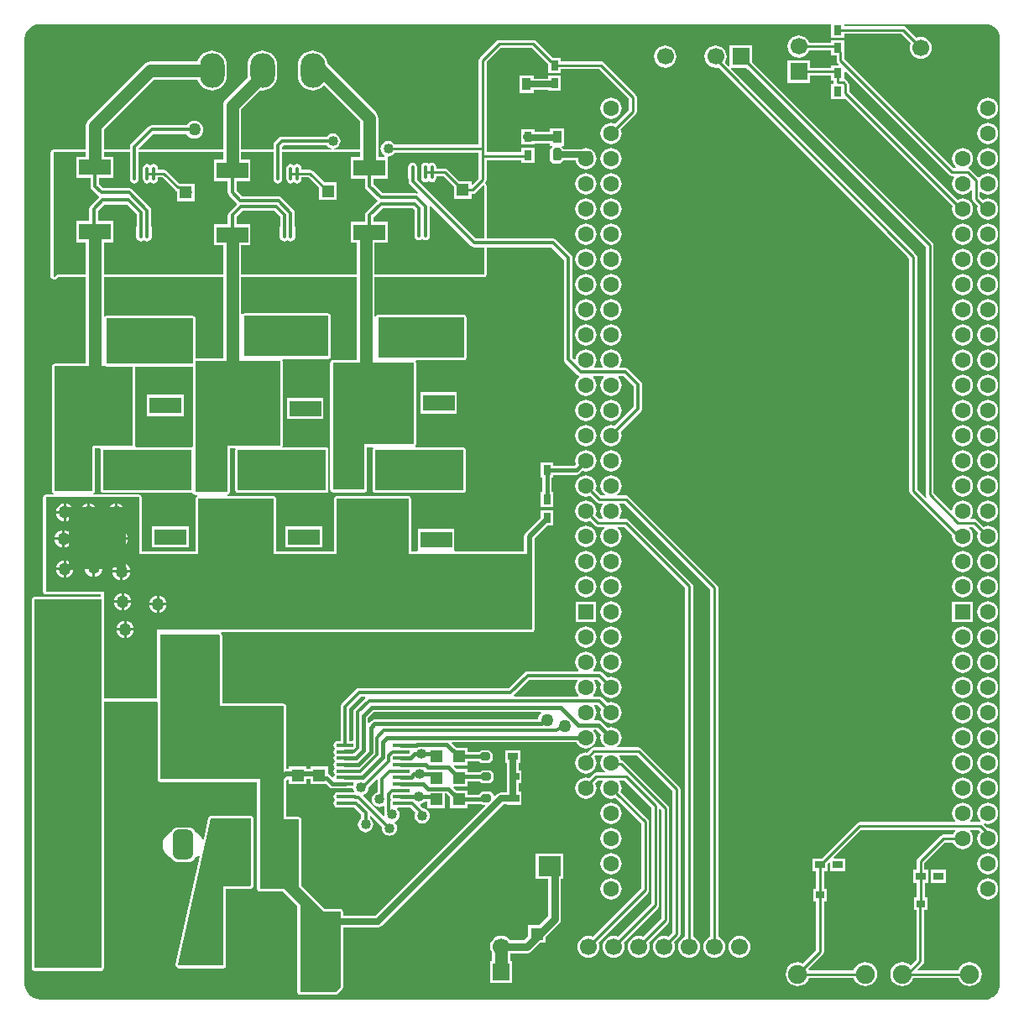
<source format=gtl>
G04*
G04 #@! TF.GenerationSoftware,Altium Limited,Altium Designer,20.0.2 (26)*
G04*
G04 Layer_Physical_Order=1*
G04 Layer_Color=255*
%FSLAX25Y25*%
%MOIN*%
G70*
G01*
G75*
%ADD11C,0.01000*%
%ADD18R,0.03150X0.04000*%
%ADD19R,0.08823X0.08061*%
%ADD20O,0.01390X0.05724*%
%ADD21R,0.03500X0.05000*%
G04:AMPARAMS|DCode=22|XSize=50mil|YSize=35mil|CornerRadius=0mil|HoleSize=0mil|Usage=FLASHONLY|Rotation=90.000|XOffset=0mil|YOffset=0mil|HoleType=Round|Shape=Octagon|*
%AMOCTAGOND22*
4,1,8,0.00875,0.02500,-0.00875,0.02500,-0.01750,0.01625,-0.01750,-0.01625,-0.00875,-0.02500,0.00875,-0.02500,0.01750,-0.01625,0.01750,0.01625,0.00875,0.02500,0.0*
%
%ADD22OCTAGOND22*%

%ADD23R,0.04000X0.03150*%
%ADD24R,0.03500X0.03000*%
%ADD25R,0.05000X0.05000*%
%ADD26R,0.09449X0.10236*%
%ADD27R,0.20000X0.20000*%
%ADD28R,0.03937X0.03150*%
G04:AMPARAMS|DCode=29|XSize=39.37mil|YSize=31.5mil|CornerRadius=0mil|HoleSize=0mil|Usage=FLASHONLY|Rotation=180.000|XOffset=0mil|YOffset=0mil|HoleType=Round|Shape=Octagon|*
%AMOCTAGOND29*
4,1,8,-0.01968,0.00787,-0.01968,-0.00787,-0.01181,-0.01575,0.01181,-0.01575,0.01968,-0.00787,0.01968,0.00787,0.01181,0.01575,-0.01181,0.01575,-0.01968,0.00787,0.0*
%
%ADD29OCTAGOND29*%

%ADD30R,0.05000X0.05000*%
%ADD31R,0.12598X0.06496*%
%ADD32O,0.06858X0.01433*%
%ADD33R,0.10236X0.09449*%
%ADD34R,0.22830X0.24410*%
%ADD35R,0.06300X0.11810*%
%ADD63C,0.03000*%
%ADD64C,0.02000*%
%ADD65C,0.01500*%
%ADD66C,0.01300*%
%ADD67C,0.02500*%
%ADD68C,0.05000*%
%ADD69R,0.06299X0.06299*%
%ADD70C,0.06299*%
%ADD71R,0.06693X0.06693*%
%ADD72C,0.06693*%
%ADD73C,0.07480*%
%ADD74R,0.07480X0.07480*%
%ADD75O,0.09843X0.13780*%
%ADD76R,0.06693X0.06693*%
G04:AMPARAMS|DCode=77|XSize=78.74mil|YSize=118.11mil|CornerRadius=19.68mil|HoleSize=0mil|Usage=FLASHONLY|Rotation=180.000|XOffset=0mil|YOffset=0mil|HoleType=Round|Shape=RoundedRectangle|*
%AMROUNDEDRECTD77*
21,1,0.07874,0.07874,0,0,180.0*
21,1,0.03937,0.11811,0,0,180.0*
1,1,0.03937,-0.01968,0.03937*
1,1,0.03937,0.01968,0.03937*
1,1,0.03937,0.01968,-0.03937*
1,1,0.03937,-0.01968,-0.03937*
%
%ADD77ROUNDEDRECTD77*%
%ADD78C,0.05000*%
%ADD79C,0.04000*%
%ADD80C,0.02000*%
G36*
X167265Y480950D02*
X167494Y480951D01*
X167721Y480921D01*
X167778Y480921D01*
X168005Y480951D01*
X168235Y480951D01*
X168313Y480971D01*
X481425D01*
Y475650D01*
X486575D01*
Y477121D01*
X509216D01*
X513040Y473297D01*
X512765Y472635D01*
X512616Y471500D01*
X512765Y470365D01*
X513203Y469308D01*
X513900Y468400D01*
X514808Y467703D01*
X515865Y467265D01*
X517000Y467116D01*
X518135Y467265D01*
X519192Y467703D01*
X520100Y468400D01*
X520797Y469308D01*
X521235Y470365D01*
X521384Y471500D01*
X521235Y472635D01*
X520797Y473692D01*
X520100Y474600D01*
X519192Y475297D01*
X518135Y475735D01*
X517000Y475884D01*
X515865Y475735D01*
X515203Y475460D01*
X510931Y479731D01*
X510435Y480063D01*
X509850Y480179D01*
X486575D01*
Y480971D01*
X543037D01*
X544094Y480780D01*
X545100Y480402D01*
X546023Y479851D01*
X546832Y479145D01*
X547502Y478305D01*
X548012Y477359D01*
X548355Y476306D01*
X548448Y475709D01*
X548463Y475654D01*
X548467Y475597D01*
X548471Y475583D01*
X548472Y99975D01*
X548477Y99940D01*
X548473Y99905D01*
X548474Y99853D01*
X548475Y99811D01*
X548475Y99770D01*
Y99730D01*
X548475Y99689D01*
X548474Y99651D01*
X548472Y99571D01*
X548476Y99532D01*
X548471Y99493D01*
Y99255D01*
X548445Y99141D01*
X548392Y98608D01*
X548107Y97574D01*
X547648Y96605D01*
X547031Y95728D01*
X546272Y94969D01*
X545396Y94352D01*
X544426Y93893D01*
X543376Y93603D01*
X542801Y93541D01*
X542751Y93529D01*
X168006D01*
X167962Y93523D01*
X167918Y93528D01*
X167256Y93511D01*
X165951Y93737D01*
X164716Y94213D01*
X163597Y94920D01*
X162637Y95832D01*
X161874Y96914D01*
X161336Y98124D01*
X161045Y99416D01*
X161028Y100078D01*
X161016Y100153D01*
X161029Y100250D01*
Y473687D01*
X161049Y473765D01*
X161049Y473994D01*
X161079Y474222D01*
Y474278D01*
X161049Y474506D01*
X161049Y474735D01*
X161029Y474813D01*
X161029Y475137D01*
X161277Y476388D01*
X161765Y477565D01*
X162473Y478625D01*
X163375Y479527D01*
X164435Y480235D01*
X165612Y480723D01*
X166863Y480971D01*
X167187D01*
X167265Y480950D01*
D02*
G37*
%LPC*%
G36*
X415500Y472384D02*
X414365Y472235D01*
X413308Y471797D01*
X412400Y471100D01*
X411703Y470192D01*
X411265Y469135D01*
X411116Y468000D01*
X411265Y466865D01*
X411703Y465808D01*
X412400Y464900D01*
X413308Y464203D01*
X414365Y463765D01*
X415500Y463616D01*
X416635Y463765D01*
X417692Y464203D01*
X418600Y464900D01*
X419297Y465808D01*
X419735Y466865D01*
X419884Y468000D01*
X419735Y469135D01*
X419297Y470192D01*
X418600Y471100D01*
X417692Y471797D01*
X416635Y472235D01*
X415500Y472384D01*
D02*
G37*
G36*
X468500Y476384D02*
X467365Y476235D01*
X466308Y475797D01*
X465400Y475100D01*
X464703Y474192D01*
X464265Y473135D01*
X464116Y472000D01*
X464265Y470865D01*
X464703Y469808D01*
X465400Y468900D01*
X466308Y468203D01*
X467365Y467765D01*
X468500Y467616D01*
X469635Y467765D01*
X470692Y468203D01*
X471600Y468900D01*
X472297Y469808D01*
X472571Y470471D01*
X481425D01*
Y468350D01*
X483545D01*
Y466425D01*
X483662Y465840D01*
X483993Y465344D01*
X484375Y464962D01*
X484184Y464500D01*
X481425D01*
Y463529D01*
X472847D01*
Y466347D01*
X464153D01*
Y457654D01*
X472847D01*
Y460471D01*
X481425D01*
Y458500D01*
X482471D01*
Y457700D01*
X482493Y457586D01*
X482176Y457200D01*
X481425D01*
Y451200D01*
X486575D01*
Y451200D01*
X486972Y451365D01*
X529615Y408722D01*
X529557Y408583D01*
X529415Y407500D01*
X529557Y406417D01*
X529975Y405407D01*
X530641Y404540D01*
X531507Y403875D01*
X532517Y403457D01*
X533600Y403315D01*
X534683Y403457D01*
X535693Y403875D01*
X536559Y404540D01*
X537225Y405407D01*
X537643Y406417D01*
X537785Y407500D01*
X537643Y408583D01*
X537225Y409593D01*
X536559Y410460D01*
X535693Y411125D01*
X534683Y411543D01*
X533600Y411685D01*
X532517Y411543D01*
X531529Y411134D01*
X488604Y454059D01*
Y456821D01*
X488488Y457407D01*
X488156Y457903D01*
X487278Y458781D01*
X486781Y459113D01*
X486575Y459154D01*
Y462109D01*
X487037Y462300D01*
X528269Y421068D01*
X528765Y420737D01*
X529350Y420620D01*
X530133D01*
X530380Y420120D01*
X529975Y419593D01*
X529557Y418583D01*
X529415Y417500D01*
X529557Y416417D01*
X529975Y415407D01*
X530641Y414540D01*
X531507Y413875D01*
X532517Y413457D01*
X533600Y413315D01*
X534683Y413457D01*
X535693Y413875D01*
X536559Y414540D01*
X536921Y415012D01*
X537421Y414842D01*
Y411550D01*
X537537Y410964D01*
X537869Y410468D01*
X539615Y408722D01*
X539557Y408583D01*
X539415Y407500D01*
X539557Y406417D01*
X539975Y405407D01*
X540640Y404540D01*
X541507Y403875D01*
X542517Y403457D01*
X543600Y403315D01*
X544683Y403457D01*
X545693Y403875D01*
X546559Y404540D01*
X547225Y405407D01*
X547643Y406417D01*
X547785Y407500D01*
X547643Y408583D01*
X547225Y409593D01*
X546559Y410460D01*
X545693Y411125D01*
X544683Y411543D01*
X543600Y411685D01*
X542517Y411543D01*
X541529Y411134D01*
X540480Y412183D01*
Y414034D01*
X540980Y414280D01*
X541507Y413875D01*
X542517Y413457D01*
X543600Y413315D01*
X544683Y413457D01*
X545693Y413875D01*
X546559Y414540D01*
X547225Y415407D01*
X547643Y416417D01*
X547785Y417500D01*
X547643Y418583D01*
X547225Y419593D01*
X546559Y420460D01*
X545693Y421125D01*
X544683Y421543D01*
X543600Y421685D01*
X542517Y421543D01*
X541507Y421125D01*
X540640Y420460D01*
X540394Y420139D01*
X539736Y420102D01*
X536607Y423231D01*
X536111Y423563D01*
X536107Y423563D01*
X535983Y424098D01*
X536559Y424541D01*
X537225Y425407D01*
X537643Y426417D01*
X537785Y427500D01*
X537643Y428583D01*
X537225Y429593D01*
X536559Y430459D01*
X535693Y431125D01*
X534683Y431543D01*
X533600Y431685D01*
X532517Y431543D01*
X531507Y431125D01*
X530641Y430459D01*
X529975Y429593D01*
X529557Y428583D01*
X529415Y427500D01*
X529557Y426417D01*
X529975Y425407D01*
X530641Y424541D01*
X531111Y424179D01*
X530942Y423679D01*
X529984D01*
X486604Y467059D01*
Y469850D01*
X486575Y469998D01*
Y474350D01*
X481425D01*
Y473529D01*
X472571D01*
X472297Y474192D01*
X471600Y475100D01*
X470692Y475797D01*
X469635Y476235D01*
X468500Y476384D01*
D02*
G37*
G36*
X363224Y460500D02*
X357724D01*
Y453501D01*
X363224D01*
Y454706D01*
X368925D01*
Y454350D01*
X374075D01*
Y460350D01*
X368925D01*
Y459295D01*
X363224D01*
Y460500D01*
D02*
G37*
G36*
X543600Y451685D02*
X542517Y451543D01*
X541507Y451125D01*
X540640Y450459D01*
X539975Y449593D01*
X539557Y448583D01*
X539415Y447500D01*
X539557Y446417D01*
X539975Y445407D01*
X540640Y444541D01*
X541507Y443875D01*
X542517Y443457D01*
X543600Y443315D01*
X544683Y443457D01*
X545693Y443875D01*
X546559Y444541D01*
X547225Y445407D01*
X547643Y446417D01*
X547785Y447500D01*
X547643Y448583D01*
X547225Y449593D01*
X546559Y450459D01*
X545693Y451125D01*
X544683Y451543D01*
X543600Y451685D01*
D02*
G37*
G36*
X394000D02*
X392917Y451543D01*
X391907Y451125D01*
X391040Y450459D01*
X390375Y449593D01*
X389957Y448583D01*
X389815Y447500D01*
X389957Y446417D01*
X390375Y445407D01*
X391040Y444541D01*
X391907Y443875D01*
X392917Y443457D01*
X394000Y443315D01*
X395083Y443457D01*
X396093Y443875D01*
X396959Y444541D01*
X397625Y445407D01*
X398043Y446417D01*
X398185Y447500D01*
X398043Y448583D01*
X397625Y449593D01*
X396959Y450459D01*
X396093Y451125D01*
X395083Y451543D01*
X394000Y451685D01*
D02*
G37*
G36*
X363150Y474529D02*
X349500D01*
X348915Y474413D01*
X348419Y474081D01*
X341919Y467581D01*
X341587Y467085D01*
X341471Y466500D01*
Y433029D01*
X308108D01*
X307640Y433640D01*
X307013Y434121D01*
X306283Y434423D01*
X305500Y434526D01*
X304717Y434423D01*
X303987Y434121D01*
X303360Y433640D01*
X302880Y433013D01*
X302577Y432283D01*
X302474Y431500D01*
X302577Y430717D01*
X302880Y429987D01*
X303360Y429360D01*
X303987Y428879D01*
X304125Y428822D01*
X304164Y428430D01*
X303826Y428031D01*
X303792Y428004D01*
X301530D01*
Y443500D01*
X301410Y444414D01*
X301057Y445265D01*
X300496Y445996D01*
X281496Y464996D01*
X281390Y465078D01*
X281336Y465629D01*
X280997Y466745D01*
X280447Y467774D01*
X279707Y468676D01*
X278806Y469416D01*
X277777Y469966D01*
X276661Y470304D01*
X275500Y470418D01*
X274339Y470304D01*
X273223Y469966D01*
X272194Y469416D01*
X271293Y468676D01*
X270553Y467774D01*
X270003Y466745D01*
X269664Y465629D01*
X269550Y464468D01*
Y460532D01*
X269664Y459371D01*
X270003Y458255D01*
X270553Y457226D01*
X271293Y456324D01*
X272194Y455584D01*
X273223Y455034D01*
X274339Y454696D01*
X275500Y454582D01*
X276661Y454696D01*
X277777Y455034D01*
X278806Y455584D01*
X279707Y456324D01*
X280161Y456347D01*
X294470Y442038D01*
Y431020D01*
X283878D01*
X283845Y431520D01*
X284283Y431577D01*
X285013Y431880D01*
X285640Y432360D01*
X286121Y432987D01*
X286423Y433717D01*
X286526Y434500D01*
X286423Y435283D01*
X286121Y436013D01*
X285640Y436640D01*
X285013Y437120D01*
X284283Y437423D01*
X283500Y437526D01*
X282717Y437423D01*
X281987Y437120D01*
X281360Y436640D01*
X281010Y436182D01*
X263322D01*
X263322Y436182D01*
X262678Y436054D01*
X262132Y435690D01*
X260471Y434029D01*
X260107Y433483D01*
X259979Y432839D01*
Y431020D01*
X247030D01*
Y447069D01*
X254628Y454667D01*
X255500Y454582D01*
X256661Y454696D01*
X257777Y455034D01*
X258806Y455584D01*
X259707Y456324D01*
X260447Y457226D01*
X260997Y458255D01*
X261336Y459371D01*
X261450Y460532D01*
Y464468D01*
X261336Y465629D01*
X260997Y466745D01*
X260447Y467774D01*
X259707Y468676D01*
X258806Y469416D01*
X257777Y469966D01*
X256661Y470304D01*
X255500Y470418D01*
X254339Y470304D01*
X253223Y469966D01*
X252194Y469416D01*
X251293Y468676D01*
X250553Y467774D01*
X250003Y466745D01*
X249664Y465629D01*
X249550Y464468D01*
Y460532D01*
X249636Y459660D01*
X241004Y451028D01*
X240443Y450297D01*
X240090Y449445D01*
X239970Y448531D01*
Y431020D01*
X206477D01*
X206399Y431520D01*
X212197Y437318D01*
X225409D01*
X225443Y437235D01*
X226004Y436504D01*
X226735Y435943D01*
X227586Y435590D01*
X228500Y435470D01*
X229414Y435590D01*
X230265Y435943D01*
X230996Y436504D01*
X231557Y437235D01*
X231910Y438086D01*
X232030Y439000D01*
X231910Y439914D01*
X231557Y440765D01*
X230996Y441496D01*
X230265Y442057D01*
X229414Y442410D01*
X228500Y442530D01*
X227586Y442410D01*
X226735Y442057D01*
X226004Y441496D01*
X225443Y440765D01*
X225409Y440682D01*
X211500D01*
X211500Y440682D01*
X210856Y440554D01*
X210310Y440190D01*
X210310Y440190D01*
X203471Y433351D01*
X203107Y432805D01*
X202979Y432161D01*
Y431020D01*
X192530D01*
Y439038D01*
X212462Y458970D01*
X229786D01*
X230003Y458255D01*
X230553Y457226D01*
X231293Y456324D01*
X232194Y455584D01*
X233223Y455034D01*
X234339Y454696D01*
X235500Y454582D01*
X236661Y454696D01*
X237777Y455034D01*
X238806Y455584D01*
X239707Y456324D01*
X240447Y457226D01*
X240997Y458255D01*
X241336Y459371D01*
X241450Y460532D01*
Y464468D01*
X241336Y465629D01*
X240997Y466745D01*
X240447Y467774D01*
X239707Y468676D01*
X238806Y469416D01*
X237777Y469966D01*
X236661Y470304D01*
X235500Y470418D01*
X234339Y470304D01*
X233223Y469966D01*
X232194Y469416D01*
X231293Y468676D01*
X230553Y467774D01*
X230003Y466745D01*
X229786Y466030D01*
X211000D01*
X210086Y465910D01*
X209235Y465557D01*
X208504Y464996D01*
X186504Y442996D01*
X185943Y442265D01*
X185590Y441414D01*
X185470Y440500D01*
Y431020D01*
X172500D01*
X172110Y430942D01*
X171779Y430721D01*
X171558Y430390D01*
X171480Y430000D01*
Y380653D01*
X171558Y380263D01*
X171779Y379932D01*
X172110Y379711D01*
X172110Y379711D01*
X172572Y379520D01*
X172572Y379520D01*
X172962Y379442D01*
X173352Y379520D01*
X173683Y379741D01*
X174422Y380480D01*
X185470D01*
Y346020D01*
X173000Y346020D01*
X172610Y345942D01*
X172279Y345721D01*
X172058Y345390D01*
X171980Y345000D01*
Y295500D01*
X172058Y295110D01*
X172279Y294779D01*
X172610Y294558D01*
X172803Y294520D01*
X172754Y294020D01*
X169500D01*
X169110Y293942D01*
X168779Y293721D01*
X168558Y293390D01*
X168480Y293000D01*
Y255500D01*
X168558Y255110D01*
X168779Y254779D01*
X169110Y254558D01*
X169500Y254480D01*
X191480Y254480D01*
Y253520D01*
X165024D01*
X164634Y253442D01*
X164303Y253221D01*
X164082Y252890D01*
X164005Y252500D01*
Y106000D01*
X164082Y105610D01*
X164303Y105279D01*
X164634Y105058D01*
X165024Y104980D01*
X191500D01*
X191890Y105058D01*
X192221Y105279D01*
X192442Y105610D01*
X192520Y106000D01*
Y211980D01*
X213480Y211980D01*
X213502Y211978D01*
X213980Y211566D01*
Y181000D01*
X214058Y180610D01*
X214279Y180279D01*
X214610Y180058D01*
X215000Y179980D01*
X253480D01*
X253480Y165000D01*
X253480Y165000D01*
Y137500D01*
X253558Y137110D01*
X253779Y136779D01*
X254110Y136558D01*
X254500Y136480D01*
X263578D01*
X269480Y130578D01*
Y96500D01*
X269558Y96110D01*
X269779Y95779D01*
X270110Y95558D01*
X270500Y95480D01*
X284500D01*
X284890Y95558D01*
X285221Y95779D01*
X287221Y97779D01*
X287442Y98110D01*
X287520Y98500D01*
Y122206D01*
X301426D01*
X302304Y122380D01*
X303048Y122878D01*
X351376Y171206D01*
X352543D01*
Y170925D01*
X358480D01*
Y176075D01*
X357306D01*
Y179425D01*
X358480D01*
Y184575D01*
X357306D01*
Y187425D01*
X357980D01*
Y192575D01*
X352043D01*
Y187425D01*
X352718D01*
Y184575D01*
X352543D01*
Y179425D01*
X352718D01*
Y176075D01*
X352543D01*
Y175794D01*
X350426D01*
X349548Y175619D01*
X348804Y175122D01*
X347919Y174237D01*
X347457Y174428D01*
Y174787D01*
X346169Y176075D01*
X342807D01*
X341520Y174787D01*
Y174784D01*
X337000D01*
Y176500D01*
X332523D01*
X331485Y177538D01*
X331677Y178000D01*
X337000D01*
Y180216D01*
X342017D01*
X342807Y179425D01*
X346169D01*
X347457Y180713D01*
Y183287D01*
X346169Y184575D01*
X342807D01*
X342017Y183784D01*
X337000D01*
Y185000D01*
X332523D01*
X331485Y186038D01*
X331677Y186500D01*
X337000D01*
Y188216D01*
X341517D01*
X342307Y187425D01*
X345669D01*
X346957Y188713D01*
Y191287D01*
X345669Y192575D01*
X342307D01*
X341517Y191784D01*
X337000D01*
Y193500D01*
X332523D01*
X330770Y195254D01*
X330961Y195716D01*
X380248D01*
X380375Y195407D01*
X381041Y194541D01*
X381907Y193875D01*
X382917Y193457D01*
X384000Y193315D01*
X385083Y193457D01*
X386093Y193875D01*
X386960Y194541D01*
X387625Y195407D01*
X388043Y196417D01*
X388185Y197500D01*
X388043Y198583D01*
X387625Y199593D01*
X387070Y200316D01*
X387266Y200816D01*
X388160D01*
X390085Y198892D01*
X389957Y198583D01*
X389815Y197500D01*
X389957Y196417D01*
X390375Y195407D01*
X391040Y194541D01*
X391512Y194179D01*
X391342Y193679D01*
X387150D01*
X386564Y193563D01*
X386068Y193231D01*
X384462Y191625D01*
X384000Y191685D01*
X382917Y191543D01*
X381907Y191125D01*
X381041Y190460D01*
X380375Y189593D01*
X379957Y188583D01*
X379815Y187500D01*
X379957Y186417D01*
X380375Y185407D01*
X381041Y184540D01*
X381907Y183875D01*
X382917Y183457D01*
X384000Y183315D01*
X385083Y183457D01*
X386093Y183875D01*
X386960Y184540D01*
X387625Y185407D01*
X388043Y186417D01*
X388185Y187500D01*
X388043Y188583D01*
X387625Y189593D01*
X387247Y190084D01*
X387783Y190620D01*
X390533D01*
X390780Y190120D01*
X390375Y189593D01*
X389957Y188583D01*
X389815Y187500D01*
X389957Y186417D01*
X390375Y185407D01*
X391040Y184540D01*
X391512Y184179D01*
X391342Y183679D01*
X388150D01*
X387564Y183563D01*
X387068Y183231D01*
X385293Y181456D01*
X385083Y181543D01*
X384000Y181685D01*
X382917Y181543D01*
X381907Y181125D01*
X381041Y180459D01*
X380375Y179593D01*
X379957Y178583D01*
X379815Y177500D01*
X379957Y176417D01*
X380375Y175407D01*
X381041Y174540D01*
X381907Y173875D01*
X382917Y173457D01*
X384000Y173315D01*
X385083Y173457D01*
X386093Y173875D01*
X386960Y174540D01*
X387625Y175407D01*
X388043Y176417D01*
X388185Y177500D01*
X388043Y178583D01*
X387663Y179500D01*
X388783Y180620D01*
X390533D01*
X390780Y180120D01*
X390375Y179593D01*
X389957Y178583D01*
X389815Y177500D01*
X389957Y176417D01*
X390375Y175407D01*
X391040Y174540D01*
X391907Y173875D01*
X392917Y173457D01*
X394000Y173315D01*
X395083Y173457D01*
X395647Y173690D01*
X405971Y163366D01*
Y137634D01*
X386797Y118460D01*
X386135Y118735D01*
X385000Y118884D01*
X383865Y118735D01*
X382808Y118297D01*
X381900Y117600D01*
X381203Y116692D01*
X380765Y115635D01*
X380616Y114500D01*
X380765Y113365D01*
X381203Y112308D01*
X381900Y111400D01*
X382808Y110703D01*
X383865Y110265D01*
X385000Y110116D01*
X386135Y110265D01*
X387192Y110703D01*
X388100Y111400D01*
X388797Y112308D01*
X389235Y113365D01*
X389384Y114500D01*
X389235Y115635D01*
X388960Y116297D01*
X408581Y135919D01*
X408913Y136415D01*
X409029Y137000D01*
Y164000D01*
X408913Y164585D01*
X408581Y165081D01*
X397810Y175853D01*
X398043Y176417D01*
X398185Y177500D01*
X398043Y178583D01*
X397625Y179593D01*
X397220Y180120D01*
X397466Y180620D01*
X399292D01*
X409971Y169942D01*
Y131633D01*
X396797Y118460D01*
X396135Y118735D01*
X395000Y118884D01*
X393865Y118735D01*
X392808Y118297D01*
X391900Y117600D01*
X391203Y116692D01*
X390765Y115635D01*
X390616Y114500D01*
X390765Y113365D01*
X391203Y112308D01*
X391900Y111400D01*
X392808Y110703D01*
X393865Y110265D01*
X395000Y110116D01*
X396135Y110265D01*
X397192Y110703D01*
X398100Y111400D01*
X398797Y112308D01*
X399235Y113365D01*
X399384Y114500D01*
X399235Y115635D01*
X398960Y116297D01*
X412581Y129919D01*
X412913Y130415D01*
X413029Y131000D01*
Y169058D01*
X413491Y169250D01*
X413971Y168771D01*
Y125634D01*
X406797Y118460D01*
X406135Y118735D01*
X405000Y118884D01*
X403865Y118735D01*
X402808Y118297D01*
X401900Y117600D01*
X401203Y116692D01*
X400765Y115635D01*
X400616Y114500D01*
X400765Y113365D01*
X401203Y112308D01*
X401900Y111400D01*
X402808Y110703D01*
X403865Y110265D01*
X405000Y110116D01*
X406135Y110265D01*
X407192Y110703D01*
X408100Y111400D01*
X408797Y112308D01*
X409235Y113365D01*
X409384Y114500D01*
X409235Y115635D01*
X408960Y116297D01*
X416581Y123919D01*
X416913Y124415D01*
X417029Y125000D01*
Y169404D01*
X416913Y169989D01*
X416581Y170485D01*
X398985Y188081D01*
X398489Y188413D01*
X398054Y188500D01*
X398043Y188583D01*
X397625Y189593D01*
X397220Y190120D01*
X397466Y190620D01*
X404217D01*
X418471Y176366D01*
Y120133D01*
X416797Y118460D01*
X416135Y118735D01*
X415000Y118884D01*
X413865Y118735D01*
X412808Y118297D01*
X411900Y117600D01*
X411203Y116692D01*
X410765Y115635D01*
X410616Y114500D01*
X410765Y113365D01*
X411203Y112308D01*
X411900Y111400D01*
X412808Y110703D01*
X413865Y110265D01*
X415000Y110116D01*
X416135Y110265D01*
X417192Y110703D01*
X418100Y111400D01*
X418797Y112308D01*
X419235Y113365D01*
X419384Y114500D01*
X419235Y115635D01*
X418960Y116297D01*
X421081Y118419D01*
X421413Y118915D01*
X421529Y119500D01*
Y177000D01*
X421413Y177585D01*
X421081Y178081D01*
X405932Y193231D01*
X405436Y193563D01*
X404850Y193679D01*
X396658D01*
X396488Y194179D01*
X396959Y194541D01*
X397625Y195407D01*
X398043Y196417D01*
X398185Y197500D01*
X398043Y198583D01*
X397625Y199593D01*
X396959Y200460D01*
X396093Y201125D01*
X395083Y201543D01*
X394000Y201685D01*
X392917Y201543D01*
X392608Y201415D01*
X390161Y203862D01*
X389582Y204249D01*
X388900Y204385D01*
X387470D01*
X387224Y204885D01*
X387625Y205407D01*
X388043Y206417D01*
X388185Y207500D01*
X388043Y208583D01*
X387625Y209593D01*
X387222Y210117D01*
X387469Y210617D01*
X388504D01*
X390127Y208994D01*
X389957Y208583D01*
X389815Y207500D01*
X389957Y206417D01*
X390375Y205407D01*
X391040Y204540D01*
X391907Y203875D01*
X392917Y203457D01*
X394000Y203315D01*
X395083Y203457D01*
X396093Y203875D01*
X396959Y204540D01*
X397625Y205407D01*
X398043Y206417D01*
X398185Y207500D01*
X398043Y208583D01*
X397625Y209593D01*
X396959Y210459D01*
X396093Y211125D01*
X395083Y211543D01*
X394000Y211685D01*
X392917Y211543D01*
X392506Y211373D01*
X390390Y213489D01*
X389844Y213854D01*
X389200Y213982D01*
X387009D01*
X386849Y214455D01*
X386960Y214541D01*
X387625Y215407D01*
X388043Y216417D01*
X388185Y217500D01*
X388043Y218583D01*
X387625Y219593D01*
X387222Y220117D01*
X387469Y220617D01*
X388504D01*
X390127Y218994D01*
X389957Y218583D01*
X389815Y217500D01*
X389957Y216417D01*
X390375Y215407D01*
X391040Y214541D01*
X391907Y213875D01*
X392917Y213457D01*
X394000Y213315D01*
X395083Y213457D01*
X396093Y213875D01*
X396959Y214541D01*
X397625Y215407D01*
X398043Y216417D01*
X398185Y217500D01*
X398043Y218583D01*
X397625Y219593D01*
X396959Y220460D01*
X396093Y221125D01*
X395083Y221543D01*
X394000Y221685D01*
X392917Y221543D01*
X392506Y221373D01*
X390390Y223489D01*
X389844Y223854D01*
X389200Y223982D01*
X387009D01*
X386849Y224455D01*
X386960Y224540D01*
X387625Y225407D01*
X388043Y226417D01*
X388185Y227500D01*
X388043Y228583D01*
X387625Y229593D01*
X386960Y230459D01*
X386093Y231125D01*
X385083Y231543D01*
X384000Y231685D01*
X382917Y231543D01*
X381907Y231125D01*
X381041Y230459D01*
X380375Y229593D01*
X379957Y228583D01*
X379815Y227500D01*
X379957Y226417D01*
X380375Y225407D01*
X381041Y224540D01*
X381151Y224455D01*
X380991Y223982D01*
X360846D01*
X360202Y223854D01*
X359656Y223489D01*
X353349Y217182D01*
X294000D01*
X293356Y217054D01*
X292810Y216690D01*
X287007Y210887D01*
X286643Y210341D01*
X286515Y209697D01*
Y196266D01*
X285484D01*
X284815Y196133D01*
X284247Y195754D01*
X283867Y195186D01*
X283734Y194516D01*
X283867Y193846D01*
X284247Y193278D01*
Y193195D01*
X283867Y192627D01*
X283734Y191957D01*
X283867Y191287D01*
X284247Y190719D01*
Y190636D01*
X283867Y190068D01*
X283734Y189398D01*
X283867Y188728D01*
X284247Y188160D01*
Y188076D01*
X283867Y187509D01*
X283734Y186839D01*
X283867Y186169D01*
X284008Y185959D01*
X284224Y185559D01*
X284008Y185160D01*
X283867Y184949D01*
X283734Y184279D01*
X283867Y183609D01*
X284247Y183042D01*
Y182957D01*
X283867Y182390D01*
X283780Y181950D01*
X283253Y181770D01*
X282262Y182762D01*
X281683Y183149D01*
X281500Y183185D01*
Y186000D01*
X274500D01*
Y185289D01*
X273000D01*
Y186000D01*
X266000D01*
Y185289D01*
X265020D01*
X265020Y210000D01*
X264942Y210390D01*
X264721Y210721D01*
X264390Y210942D01*
X264000Y211020D01*
X254500Y211020D01*
X254500Y211020D01*
X239520D01*
Y238000D01*
X239442Y238390D01*
X239221Y238721D01*
X238962Y238980D01*
X239169Y239480D01*
X362500Y239480D01*
X362890Y239558D01*
X363221Y239779D01*
X363442Y240110D01*
X363520Y240500D01*
X363520Y269901D01*
X363539Y270000D01*
Y276580D01*
X368809Y281850D01*
X371075D01*
Y287850D01*
X365925D01*
Y284734D01*
X360058Y278867D01*
X359616Y278205D01*
X359461Y277425D01*
Y271520D01*
X331856D01*
X331799Y271996D01*
X331799Y272020D01*
Y280492D01*
X317201D01*
Y272020D01*
X317201Y271996D01*
X317144Y271520D01*
X314520D01*
Y292500D01*
X314442Y292890D01*
X314221Y293221D01*
X313890Y293442D01*
X313500Y293520D01*
X285000D01*
X284610Y293442D01*
X284279Y293221D01*
X284058Y292890D01*
X283980Y292500D01*
Y271520D01*
X261020D01*
Y292500D01*
X260942Y292890D01*
X260721Y293221D01*
X260390Y293442D01*
X260000Y293520D01*
X241746D01*
X241697Y294020D01*
X241890Y294058D01*
X242221Y294279D01*
X242442Y294610D01*
X242520Y295000D01*
Y312480D01*
X244487D01*
X244589Y312385D01*
X244827Y311980D01*
X244780Y311744D01*
Y295744D01*
X244857Y295354D01*
X245078Y295023D01*
X245409Y294802D01*
X245799Y294724D01*
X280799D01*
X281189Y294802D01*
X281520Y295023D01*
X281741Y295354D01*
X281819Y295744D01*
Y311744D01*
X281741Y312134D01*
X281520Y312465D01*
X281189Y312686D01*
X280799Y312764D01*
X263812D01*
X263710Y312859D01*
X263473Y313264D01*
X263520Y313500D01*
Y347000D01*
X263442Y347390D01*
X263382Y347480D01*
X263649Y347980D01*
X281750D01*
X282140Y348058D01*
X282471Y348279D01*
X282692Y348610D01*
X282770Y349000D01*
Y365000D01*
X282692Y365390D01*
X282471Y365721D01*
X282140Y365942D01*
X281750Y366020D01*
X248250D01*
X247860Y365942D01*
X247529Y365721D01*
X247030Y365874D01*
Y380480D01*
X292970D01*
Y347520D01*
X283500D01*
X283110Y347442D01*
X282779Y347221D01*
X282558Y346890D01*
X282480Y346500D01*
X282480Y296000D01*
X282558Y295610D01*
X282779Y295279D01*
X283110Y295058D01*
X283500Y294980D01*
X296000Y294980D01*
X296390Y295058D01*
X296721Y295279D01*
X296942Y295610D01*
X297020Y296000D01*
X297020Y312980D01*
X299390D01*
X299533Y312619D01*
X299562Y312480D01*
X299357Y312174D01*
X299280Y311784D01*
Y295784D01*
X299357Y295394D01*
X299578Y295063D01*
X299909Y294842D01*
X300299Y294764D01*
X335299D01*
X335689Y294842D01*
X336020Y295063D01*
X336241Y295394D01*
X336319Y295784D01*
Y311784D01*
X336241Y312174D01*
X336020Y312505D01*
X335689Y312726D01*
X335299Y312804D01*
X316409D01*
X316266Y313165D01*
X316237Y313304D01*
X316442Y313610D01*
X316520Y314000D01*
X316520Y346500D01*
X316442Y346890D01*
X316382Y346980D01*
X316649Y347480D01*
X335500D01*
X335890Y347558D01*
X336221Y347779D01*
X336442Y348110D01*
X336520Y348500D01*
Y364500D01*
X336442Y364890D01*
X336221Y365221D01*
X335890Y365442D01*
X335500Y365520D01*
X301500D01*
X301110Y365442D01*
X300779Y365221D01*
X300558Y364890D01*
X300530Y364750D01*
X300030Y364800D01*
Y380480D01*
X343500D01*
X343890Y380558D01*
X344221Y380779D01*
X344442Y381110D01*
X344520Y381500D01*
Y392318D01*
X370303D01*
X375318Y387303D01*
Y347712D01*
X375446Y347069D01*
X375810Y346523D01*
X380822Y341511D01*
X380822Y341511D01*
X381232Y341237D01*
X381331Y340683D01*
X381041Y340459D01*
X380375Y339593D01*
X379957Y338583D01*
X379815Y337500D01*
X379957Y336417D01*
X380375Y335407D01*
X381041Y334541D01*
X381907Y333875D01*
X382917Y333457D01*
X384000Y333315D01*
X385083Y333457D01*
X386093Y333875D01*
X386960Y334541D01*
X387625Y335407D01*
X388043Y336417D01*
X388185Y337500D01*
X388043Y338583D01*
X387625Y339593D01*
X386960Y340459D01*
X386849Y340545D01*
X387009Y341018D01*
X390991D01*
X391151Y340545D01*
X391040Y340459D01*
X390375Y339593D01*
X389957Y338583D01*
X389815Y337500D01*
X389957Y336417D01*
X390375Y335407D01*
X391040Y334541D01*
X391907Y333875D01*
X392917Y333457D01*
X394000Y333315D01*
X395083Y333457D01*
X396093Y333875D01*
X396959Y334541D01*
X397625Y335407D01*
X398043Y336417D01*
X398185Y337500D01*
X398043Y338583D01*
X397625Y339593D01*
X396959Y340459D01*
X396849Y340545D01*
X397009Y341018D01*
X399103D01*
X403117Y337003D01*
Y328996D01*
X395494Y321373D01*
X395083Y321543D01*
X394000Y321685D01*
X392917Y321543D01*
X391907Y321125D01*
X391040Y320460D01*
X390375Y319593D01*
X389957Y318583D01*
X389815Y317500D01*
X389957Y316417D01*
X390375Y315407D01*
X391040Y314541D01*
X391907Y313875D01*
X392917Y313457D01*
X394000Y313315D01*
X395083Y313457D01*
X396093Y313875D01*
X396959Y314541D01*
X397625Y315407D01*
X398043Y316417D01*
X398185Y317500D01*
X398043Y318583D01*
X397873Y318994D01*
X405989Y327110D01*
X406354Y327656D01*
X406482Y328300D01*
X406482Y328300D01*
Y337700D01*
X406482Y337700D01*
X406354Y338344D01*
X405989Y338890D01*
X400989Y343890D01*
X400443Y344255D01*
X399800Y344383D01*
X397469D01*
X397222Y344883D01*
X397625Y345407D01*
X398043Y346417D01*
X398185Y347500D01*
X398043Y348583D01*
X397625Y349593D01*
X396959Y350460D01*
X396093Y351125D01*
X395083Y351543D01*
X394000Y351685D01*
X392917Y351543D01*
X391907Y351125D01*
X391040Y350460D01*
X390375Y349593D01*
X389957Y348583D01*
X389815Y347500D01*
X389957Y346417D01*
X390375Y345407D01*
X390778Y344883D01*
X390531Y344383D01*
X387469D01*
X387222Y344883D01*
X387625Y345407D01*
X388043Y346417D01*
X388185Y347500D01*
X388043Y348583D01*
X387625Y349593D01*
X386960Y350460D01*
X386093Y351125D01*
X385083Y351543D01*
X384000Y351685D01*
X382917Y351543D01*
X381907Y351125D01*
X381041Y350460D01*
X380375Y349593D01*
X379957Y348583D01*
X379871Y347928D01*
X379343Y347748D01*
X378682Y348409D01*
Y388000D01*
X378554Y388644D01*
X378190Y389190D01*
X372190Y395190D01*
X371644Y395554D01*
X371000Y395682D01*
X344520D01*
Y416684D01*
X344442Y417074D01*
X344221Y417405D01*
X344082Y417917D01*
X344149Y418020D01*
X344413Y418415D01*
X344529Y419000D01*
Y426971D01*
X358425D01*
Y425850D01*
X363575D01*
Y431850D01*
X358425D01*
Y430029D01*
X344529D01*
Y431500D01*
Y465867D01*
X350133Y471471D01*
X362516D01*
X368919Y465069D01*
X368925Y465064D01*
Y461650D01*
X374075D01*
Y463121D01*
X389216D01*
X401120Y451217D01*
Y446783D01*
X395647Y441309D01*
X395083Y441543D01*
X394000Y441685D01*
X392917Y441543D01*
X391907Y441125D01*
X391040Y440459D01*
X390375Y439593D01*
X389957Y438583D01*
X389815Y437500D01*
X389957Y436417D01*
X390375Y435407D01*
X391040Y434541D01*
X391907Y433875D01*
X392917Y433457D01*
X394000Y433315D01*
X395083Y433457D01*
X396093Y433875D01*
X396959Y434541D01*
X397625Y435407D01*
X398043Y436417D01*
X398185Y437500D01*
X398043Y438583D01*
X397810Y439147D01*
X403731Y445068D01*
X404063Y445564D01*
X404179Y446150D01*
Y451850D01*
X404063Y452436D01*
X403731Y452932D01*
X390931Y465731D01*
X390435Y466063D01*
X389850Y466179D01*
X374075D01*
Y467650D01*
X370663D01*
X364231Y474081D01*
X363735Y474413D01*
X363150Y474529D01*
D02*
G37*
G36*
X375276Y439500D02*
X369776D01*
Y438219D01*
X363575D01*
Y439150D01*
X358425D01*
Y436983D01*
X358355Y436878D01*
X358180Y436000D01*
X358355Y435123D01*
X358425Y435017D01*
Y433150D01*
X363575D01*
Y433631D01*
X369776D01*
Y432500D01*
X370497D01*
X370689Y432038D01*
X369776Y431124D01*
Y426874D01*
X371151Y425499D01*
X373901D01*
X375107Y426705D01*
X379919D01*
X379957Y426417D01*
X380375Y425407D01*
X381041Y424541D01*
X381907Y423875D01*
X382917Y423457D01*
X384000Y423315D01*
X385083Y423457D01*
X386093Y423875D01*
X386960Y424541D01*
X387625Y425407D01*
X388043Y426417D01*
X388185Y427500D01*
X388043Y428583D01*
X387670Y429482D01*
X387592Y429877D01*
X387095Y430622D01*
X386350Y431119D01*
X385881Y431212D01*
X385083Y431543D01*
X384000Y431685D01*
X382917Y431543D01*
X382315Y431294D01*
X375107D01*
X374362Y432038D01*
X374554Y432500D01*
X375276D01*
Y439500D01*
D02*
G37*
G36*
X543600Y441685D02*
X542517Y441543D01*
X541507Y441125D01*
X540640Y440459D01*
X539975Y439593D01*
X539557Y438583D01*
X539415Y437500D01*
X539557Y436417D01*
X539975Y435407D01*
X540640Y434541D01*
X541507Y433875D01*
X542517Y433457D01*
X543600Y433315D01*
X544683Y433457D01*
X545693Y433875D01*
X546559Y434541D01*
X547225Y435407D01*
X547643Y436417D01*
X547785Y437500D01*
X547643Y438583D01*
X547225Y439593D01*
X546559Y440459D01*
X545693Y441125D01*
X544683Y441543D01*
X543600Y441685D01*
D02*
G37*
G36*
Y431685D02*
X542517Y431543D01*
X541507Y431125D01*
X540640Y430459D01*
X539975Y429593D01*
X539557Y428583D01*
X539415Y427500D01*
X539557Y426417D01*
X539975Y425407D01*
X540640Y424541D01*
X541507Y423875D01*
X542517Y423457D01*
X543600Y423315D01*
X544683Y423457D01*
X545693Y423875D01*
X546559Y424541D01*
X547225Y425407D01*
X547643Y426417D01*
X547785Y427500D01*
X547643Y428583D01*
X547225Y429593D01*
X546559Y430459D01*
X545693Y431125D01*
X544683Y431543D01*
X543600Y431685D01*
D02*
G37*
G36*
X394000D02*
X392917Y431543D01*
X391907Y431125D01*
X391040Y430459D01*
X390375Y429593D01*
X389957Y428583D01*
X389815Y427500D01*
X389957Y426417D01*
X390375Y425407D01*
X391040Y424541D01*
X391907Y423875D01*
X392917Y423457D01*
X394000Y423315D01*
X395083Y423457D01*
X396093Y423875D01*
X396959Y424541D01*
X397625Y425407D01*
X398043Y426417D01*
X398185Y427500D01*
X398043Y428583D01*
X397625Y429593D01*
X396959Y430459D01*
X396093Y431125D01*
X395083Y431543D01*
X394000Y431685D01*
D02*
G37*
G36*
Y421685D02*
X392917Y421543D01*
X391907Y421125D01*
X391040Y420460D01*
X390375Y419593D01*
X389957Y418583D01*
X389815Y417500D01*
X389957Y416417D01*
X390375Y415407D01*
X391040Y414540D01*
X391907Y413875D01*
X392917Y413457D01*
X394000Y413315D01*
X395083Y413457D01*
X396093Y413875D01*
X396959Y414540D01*
X397625Y415407D01*
X398043Y416417D01*
X398185Y417500D01*
X398043Y418583D01*
X397625Y419593D01*
X396959Y420460D01*
X396093Y421125D01*
X395083Y421543D01*
X394000Y421685D01*
D02*
G37*
G36*
X384000D02*
X382917Y421543D01*
X381907Y421125D01*
X381041Y420460D01*
X380375Y419593D01*
X379957Y418583D01*
X379815Y417500D01*
X379957Y416417D01*
X380375Y415407D01*
X381041Y414540D01*
X381907Y413875D01*
X382917Y413457D01*
X384000Y413315D01*
X385083Y413457D01*
X386093Y413875D01*
X386960Y414540D01*
X387625Y415407D01*
X388043Y416417D01*
X388185Y417500D01*
X388043Y418583D01*
X387625Y419593D01*
X386960Y420460D01*
X386093Y421125D01*
X385083Y421543D01*
X384000Y421685D01*
D02*
G37*
G36*
X394000Y411685D02*
X392917Y411543D01*
X391907Y411125D01*
X391040Y410460D01*
X390375Y409593D01*
X389957Y408583D01*
X389815Y407500D01*
X389957Y406417D01*
X390375Y405407D01*
X391040Y404540D01*
X391907Y403875D01*
X392917Y403457D01*
X394000Y403315D01*
X395083Y403457D01*
X396093Y403875D01*
X396959Y404540D01*
X397625Y405407D01*
X398043Y406417D01*
X398185Y407500D01*
X398043Y408583D01*
X397625Y409593D01*
X396959Y410460D01*
X396093Y411125D01*
X395083Y411543D01*
X394000Y411685D01*
D02*
G37*
G36*
X384000D02*
X382917Y411543D01*
X381907Y411125D01*
X381041Y410460D01*
X380375Y409593D01*
X379957Y408583D01*
X379815Y407500D01*
X379957Y406417D01*
X380375Y405407D01*
X381041Y404540D01*
X381907Y403875D01*
X382917Y403457D01*
X384000Y403315D01*
X385083Y403457D01*
X386093Y403875D01*
X386960Y404540D01*
X387625Y405407D01*
X388043Y406417D01*
X388185Y407500D01*
X388043Y408583D01*
X387625Y409593D01*
X386960Y410460D01*
X386093Y411125D01*
X385083Y411543D01*
X384000Y411685D01*
D02*
G37*
G36*
X543600Y401685D02*
X542517Y401543D01*
X541507Y401125D01*
X540640Y400459D01*
X539975Y399593D01*
X539557Y398583D01*
X539415Y397500D01*
X539557Y396417D01*
X539975Y395407D01*
X540640Y394541D01*
X541507Y393875D01*
X542517Y393457D01*
X543600Y393315D01*
X544683Y393457D01*
X545693Y393875D01*
X546559Y394541D01*
X547225Y395407D01*
X547643Y396417D01*
X547785Y397500D01*
X547643Y398583D01*
X547225Y399593D01*
X546559Y400459D01*
X545693Y401125D01*
X544683Y401543D01*
X543600Y401685D01*
D02*
G37*
G36*
X533600D02*
X532517Y401543D01*
X531507Y401125D01*
X530641Y400459D01*
X529975Y399593D01*
X529557Y398583D01*
X529415Y397500D01*
X529557Y396417D01*
X529975Y395407D01*
X530641Y394541D01*
X531507Y393875D01*
X532517Y393457D01*
X533600Y393315D01*
X534683Y393457D01*
X535693Y393875D01*
X536559Y394541D01*
X537225Y395407D01*
X537643Y396417D01*
X537785Y397500D01*
X537643Y398583D01*
X537225Y399593D01*
X536559Y400459D01*
X535693Y401125D01*
X534683Y401543D01*
X533600Y401685D01*
D02*
G37*
G36*
X394000D02*
X392917Y401543D01*
X391907Y401125D01*
X391040Y400459D01*
X390375Y399593D01*
X389957Y398583D01*
X389815Y397500D01*
X389957Y396417D01*
X390375Y395407D01*
X391040Y394541D01*
X391907Y393875D01*
X392917Y393457D01*
X394000Y393315D01*
X395083Y393457D01*
X396093Y393875D01*
X396959Y394541D01*
X397625Y395407D01*
X398043Y396417D01*
X398185Y397500D01*
X398043Y398583D01*
X397625Y399593D01*
X396959Y400459D01*
X396093Y401125D01*
X395083Y401543D01*
X394000Y401685D01*
D02*
G37*
G36*
X384000D02*
X382917Y401543D01*
X381907Y401125D01*
X381041Y400459D01*
X380375Y399593D01*
X379957Y398583D01*
X379815Y397500D01*
X379957Y396417D01*
X380375Y395407D01*
X381041Y394541D01*
X381907Y393875D01*
X382917Y393457D01*
X384000Y393315D01*
X385083Y393457D01*
X386093Y393875D01*
X386960Y394541D01*
X387625Y395407D01*
X388043Y396417D01*
X388185Y397500D01*
X388043Y398583D01*
X387625Y399593D01*
X386960Y400459D01*
X386093Y401125D01*
X385083Y401543D01*
X384000Y401685D01*
D02*
G37*
G36*
X543600Y391685D02*
X542517Y391543D01*
X541507Y391125D01*
X540640Y390459D01*
X539975Y389593D01*
X539557Y388583D01*
X539415Y387500D01*
X539557Y386417D01*
X539975Y385407D01*
X540640Y384541D01*
X541507Y383875D01*
X542517Y383457D01*
X543600Y383315D01*
X544683Y383457D01*
X545693Y383875D01*
X546559Y384541D01*
X547225Y385407D01*
X547643Y386417D01*
X547785Y387500D01*
X547643Y388583D01*
X547225Y389593D01*
X546559Y390459D01*
X545693Y391125D01*
X544683Y391543D01*
X543600Y391685D01*
D02*
G37*
G36*
X533600D02*
X532517Y391543D01*
X531507Y391125D01*
X530641Y390459D01*
X529975Y389593D01*
X529557Y388583D01*
X529415Y387500D01*
X529557Y386417D01*
X529975Y385407D01*
X530641Y384541D01*
X531507Y383875D01*
X532517Y383457D01*
X533600Y383315D01*
X534683Y383457D01*
X535693Y383875D01*
X536559Y384541D01*
X537225Y385407D01*
X537643Y386417D01*
X537785Y387500D01*
X537643Y388583D01*
X537225Y389593D01*
X536559Y390459D01*
X535693Y391125D01*
X534683Y391543D01*
X533600Y391685D01*
D02*
G37*
G36*
X394000D02*
X392917Y391543D01*
X391907Y391125D01*
X391040Y390459D01*
X390375Y389593D01*
X389957Y388583D01*
X389815Y387500D01*
X389957Y386417D01*
X390375Y385407D01*
X391040Y384541D01*
X391907Y383875D01*
X392917Y383457D01*
X394000Y383315D01*
X395083Y383457D01*
X396093Y383875D01*
X396959Y384541D01*
X397625Y385407D01*
X398043Y386417D01*
X398185Y387500D01*
X398043Y388583D01*
X397625Y389593D01*
X396959Y390459D01*
X396093Y391125D01*
X395083Y391543D01*
X394000Y391685D01*
D02*
G37*
G36*
X384000D02*
X382917Y391543D01*
X381907Y391125D01*
X381041Y390459D01*
X380375Y389593D01*
X379957Y388583D01*
X379815Y387500D01*
X379957Y386417D01*
X380375Y385407D01*
X381041Y384541D01*
X381907Y383875D01*
X382917Y383457D01*
X384000Y383315D01*
X385083Y383457D01*
X386093Y383875D01*
X386960Y384541D01*
X387625Y385407D01*
X388043Y386417D01*
X388185Y387500D01*
X388043Y388583D01*
X387625Y389593D01*
X386960Y390459D01*
X386093Y391125D01*
X385083Y391543D01*
X384000Y391685D01*
D02*
G37*
G36*
X543600Y381685D02*
X542517Y381543D01*
X541507Y381125D01*
X540640Y380459D01*
X539975Y379593D01*
X539557Y378583D01*
X539415Y377500D01*
X539557Y376417D01*
X539975Y375407D01*
X540640Y374540D01*
X541507Y373875D01*
X542517Y373457D01*
X543600Y373315D01*
X544683Y373457D01*
X545693Y373875D01*
X546559Y374540D01*
X547225Y375407D01*
X547643Y376417D01*
X547785Y377500D01*
X547643Y378583D01*
X547225Y379593D01*
X546559Y380459D01*
X545693Y381125D01*
X544683Y381543D01*
X543600Y381685D01*
D02*
G37*
G36*
X533600D02*
X532517Y381543D01*
X531507Y381125D01*
X530641Y380459D01*
X529975Y379593D01*
X529557Y378583D01*
X529415Y377500D01*
X529557Y376417D01*
X529975Y375407D01*
X530641Y374540D01*
X531507Y373875D01*
X532517Y373457D01*
X533600Y373315D01*
X534683Y373457D01*
X535693Y373875D01*
X536559Y374540D01*
X537225Y375407D01*
X537643Y376417D01*
X537785Y377500D01*
X537643Y378583D01*
X537225Y379593D01*
X536559Y380459D01*
X535693Y381125D01*
X534683Y381543D01*
X533600Y381685D01*
D02*
G37*
G36*
X394000D02*
X392917Y381543D01*
X391907Y381125D01*
X391040Y380459D01*
X390375Y379593D01*
X389957Y378583D01*
X389815Y377500D01*
X389957Y376417D01*
X390375Y375407D01*
X391040Y374540D01*
X391907Y373875D01*
X392917Y373457D01*
X394000Y373315D01*
X395083Y373457D01*
X396093Y373875D01*
X396959Y374540D01*
X397625Y375407D01*
X398043Y376417D01*
X398185Y377500D01*
X398043Y378583D01*
X397625Y379593D01*
X396959Y380459D01*
X396093Y381125D01*
X395083Y381543D01*
X394000Y381685D01*
D02*
G37*
G36*
X384000D02*
X382917Y381543D01*
X381907Y381125D01*
X381041Y380459D01*
X380375Y379593D01*
X379957Y378583D01*
X379815Y377500D01*
X379957Y376417D01*
X380375Y375407D01*
X381041Y374540D01*
X381907Y373875D01*
X382917Y373457D01*
X384000Y373315D01*
X385083Y373457D01*
X386093Y373875D01*
X386960Y374540D01*
X387625Y375407D01*
X388043Y376417D01*
X388185Y377500D01*
X388043Y378583D01*
X387625Y379593D01*
X386960Y380459D01*
X386093Y381125D01*
X385083Y381543D01*
X384000Y381685D01*
D02*
G37*
G36*
X543600Y371685D02*
X542517Y371543D01*
X541507Y371125D01*
X540640Y370460D01*
X539975Y369593D01*
X539557Y368583D01*
X539415Y367500D01*
X539557Y366417D01*
X539975Y365407D01*
X540640Y364541D01*
X541507Y363875D01*
X542517Y363457D01*
X543600Y363315D01*
X544683Y363457D01*
X545693Y363875D01*
X546559Y364541D01*
X547225Y365407D01*
X547643Y366417D01*
X547785Y367500D01*
X547643Y368583D01*
X547225Y369593D01*
X546559Y370460D01*
X545693Y371125D01*
X544683Y371543D01*
X543600Y371685D01*
D02*
G37*
G36*
X533600D02*
X532517Y371543D01*
X531507Y371125D01*
X530641Y370460D01*
X529975Y369593D01*
X529557Y368583D01*
X529415Y367500D01*
X529557Y366417D01*
X529975Y365407D01*
X530641Y364541D01*
X531507Y363875D01*
X532517Y363457D01*
X533600Y363315D01*
X534683Y363457D01*
X535693Y363875D01*
X536559Y364541D01*
X537225Y365407D01*
X537643Y366417D01*
X537785Y367500D01*
X537643Y368583D01*
X537225Y369593D01*
X536559Y370460D01*
X535693Y371125D01*
X534683Y371543D01*
X533600Y371685D01*
D02*
G37*
G36*
X394000D02*
X392917Y371543D01*
X391907Y371125D01*
X391040Y370460D01*
X390375Y369593D01*
X389957Y368583D01*
X389815Y367500D01*
X389957Y366417D01*
X390375Y365407D01*
X391040Y364541D01*
X391907Y363875D01*
X392917Y363457D01*
X394000Y363315D01*
X395083Y363457D01*
X396093Y363875D01*
X396959Y364541D01*
X397625Y365407D01*
X398043Y366417D01*
X398185Y367500D01*
X398043Y368583D01*
X397625Y369593D01*
X396959Y370460D01*
X396093Y371125D01*
X395083Y371543D01*
X394000Y371685D01*
D02*
G37*
G36*
X384000D02*
X382917Y371543D01*
X381907Y371125D01*
X381041Y370460D01*
X380375Y369593D01*
X379957Y368583D01*
X379815Y367500D01*
X379957Y366417D01*
X380375Y365407D01*
X381041Y364541D01*
X381907Y363875D01*
X382917Y363457D01*
X384000Y363315D01*
X385083Y363457D01*
X386093Y363875D01*
X386960Y364541D01*
X387625Y365407D01*
X388043Y366417D01*
X388185Y367500D01*
X388043Y368583D01*
X387625Y369593D01*
X386960Y370460D01*
X386093Y371125D01*
X385083Y371543D01*
X384000Y371685D01*
D02*
G37*
G36*
X543600Y361685D02*
X542517Y361543D01*
X541507Y361125D01*
X540640Y360459D01*
X539975Y359593D01*
X539557Y358583D01*
X539415Y357500D01*
X539557Y356417D01*
X539975Y355407D01*
X540640Y354540D01*
X541507Y353875D01*
X542517Y353457D01*
X543600Y353315D01*
X544683Y353457D01*
X545693Y353875D01*
X546559Y354540D01*
X547225Y355407D01*
X547643Y356417D01*
X547785Y357500D01*
X547643Y358583D01*
X547225Y359593D01*
X546559Y360459D01*
X545693Y361125D01*
X544683Y361543D01*
X543600Y361685D01*
D02*
G37*
G36*
X533600D02*
X532517Y361543D01*
X531507Y361125D01*
X530641Y360459D01*
X529975Y359593D01*
X529557Y358583D01*
X529415Y357500D01*
X529557Y356417D01*
X529975Y355407D01*
X530641Y354540D01*
X531507Y353875D01*
X532517Y353457D01*
X533600Y353315D01*
X534683Y353457D01*
X535693Y353875D01*
X536559Y354540D01*
X537225Y355407D01*
X537643Y356417D01*
X537785Y357500D01*
X537643Y358583D01*
X537225Y359593D01*
X536559Y360459D01*
X535693Y361125D01*
X534683Y361543D01*
X533600Y361685D01*
D02*
G37*
G36*
X394000D02*
X392917Y361543D01*
X391907Y361125D01*
X391040Y360459D01*
X390375Y359593D01*
X389957Y358583D01*
X389815Y357500D01*
X389957Y356417D01*
X390375Y355407D01*
X391040Y354540D01*
X391907Y353875D01*
X392917Y353457D01*
X394000Y353315D01*
X395083Y353457D01*
X396093Y353875D01*
X396959Y354540D01*
X397625Y355407D01*
X398043Y356417D01*
X398185Y357500D01*
X398043Y358583D01*
X397625Y359593D01*
X396959Y360459D01*
X396093Y361125D01*
X395083Y361543D01*
X394000Y361685D01*
D02*
G37*
G36*
X384000D02*
X382917Y361543D01*
X381907Y361125D01*
X381041Y360459D01*
X380375Y359593D01*
X379957Y358583D01*
X379815Y357500D01*
X379957Y356417D01*
X380375Y355407D01*
X381041Y354540D01*
X381907Y353875D01*
X382917Y353457D01*
X384000Y353315D01*
X385083Y353457D01*
X386093Y353875D01*
X386960Y354540D01*
X387625Y355407D01*
X388043Y356417D01*
X388185Y357500D01*
X388043Y358583D01*
X387625Y359593D01*
X386960Y360459D01*
X386093Y361125D01*
X385083Y361543D01*
X384000Y361685D01*
D02*
G37*
G36*
X543600Y351685D02*
X542517Y351543D01*
X541507Y351125D01*
X540640Y350460D01*
X539975Y349593D01*
X539557Y348583D01*
X539415Y347500D01*
X539557Y346417D01*
X539975Y345407D01*
X540640Y344541D01*
X541507Y343875D01*
X542517Y343457D01*
X543600Y343315D01*
X544683Y343457D01*
X545693Y343875D01*
X546559Y344541D01*
X547225Y345407D01*
X547643Y346417D01*
X547785Y347500D01*
X547643Y348583D01*
X547225Y349593D01*
X546559Y350460D01*
X545693Y351125D01*
X544683Y351543D01*
X543600Y351685D01*
D02*
G37*
G36*
X533600D02*
X532517Y351543D01*
X531507Y351125D01*
X530641Y350460D01*
X529975Y349593D01*
X529557Y348583D01*
X529415Y347500D01*
X529557Y346417D01*
X529975Y345407D01*
X530641Y344541D01*
X531507Y343875D01*
X532517Y343457D01*
X533600Y343315D01*
X534683Y343457D01*
X535693Y343875D01*
X536559Y344541D01*
X537225Y345407D01*
X537643Y346417D01*
X537785Y347500D01*
X537643Y348583D01*
X537225Y349593D01*
X536559Y350460D01*
X535693Y351125D01*
X534683Y351543D01*
X533600Y351685D01*
D02*
G37*
G36*
X543600Y341685D02*
X542517Y341543D01*
X541507Y341125D01*
X540640Y340459D01*
X539975Y339593D01*
X539557Y338583D01*
X539415Y337500D01*
X539557Y336417D01*
X539975Y335407D01*
X540640Y334541D01*
X541507Y333875D01*
X542517Y333457D01*
X543600Y333315D01*
X544683Y333457D01*
X545693Y333875D01*
X546559Y334541D01*
X547225Y335407D01*
X547643Y336417D01*
X547785Y337500D01*
X547643Y338583D01*
X547225Y339593D01*
X546559Y340459D01*
X545693Y341125D01*
X544683Y341543D01*
X543600Y341685D01*
D02*
G37*
G36*
X533600D02*
X532517Y341543D01*
X531507Y341125D01*
X530641Y340459D01*
X529975Y339593D01*
X529557Y338583D01*
X529415Y337500D01*
X529557Y336417D01*
X529975Y335407D01*
X530641Y334541D01*
X531507Y333875D01*
X532517Y333457D01*
X533600Y333315D01*
X534683Y333457D01*
X535693Y333875D01*
X536559Y334541D01*
X537225Y335407D01*
X537643Y336417D01*
X537785Y337500D01*
X537643Y338583D01*
X537225Y339593D01*
X536559Y340459D01*
X535693Y341125D01*
X534683Y341543D01*
X533600Y341685D01*
D02*
G37*
G36*
X332799Y334748D02*
X318201D01*
Y326252D01*
X332799D01*
Y334748D01*
D02*
G37*
G36*
X279799Y332492D02*
X265201D01*
Y323996D01*
X279799D01*
Y332492D01*
D02*
G37*
G36*
X543600Y331685D02*
X542517Y331543D01*
X541507Y331125D01*
X540640Y330459D01*
X539975Y329593D01*
X539557Y328583D01*
X539415Y327500D01*
X539557Y326417D01*
X539975Y325407D01*
X540640Y324540D01*
X541507Y323875D01*
X542517Y323457D01*
X543600Y323315D01*
X544683Y323457D01*
X545693Y323875D01*
X546559Y324540D01*
X547225Y325407D01*
X547643Y326417D01*
X547785Y327500D01*
X547643Y328583D01*
X547225Y329593D01*
X546559Y330459D01*
X545693Y331125D01*
X544683Y331543D01*
X543600Y331685D01*
D02*
G37*
G36*
X533600D02*
X532517Y331543D01*
X531507Y331125D01*
X530641Y330459D01*
X529975Y329593D01*
X529557Y328583D01*
X529415Y327500D01*
X529557Y326417D01*
X529975Y325407D01*
X530641Y324540D01*
X531507Y323875D01*
X532517Y323457D01*
X533600Y323315D01*
X534683Y323457D01*
X535693Y323875D01*
X536559Y324540D01*
X537225Y325407D01*
X537643Y326417D01*
X537785Y327500D01*
X537643Y328583D01*
X537225Y329593D01*
X536559Y330459D01*
X535693Y331125D01*
X534683Y331543D01*
X533600Y331685D01*
D02*
G37*
G36*
X394000D02*
X392917Y331543D01*
X391907Y331125D01*
X391040Y330459D01*
X390375Y329593D01*
X389957Y328583D01*
X389815Y327500D01*
X389957Y326417D01*
X390375Y325407D01*
X391040Y324540D01*
X391907Y323875D01*
X392917Y323457D01*
X394000Y323315D01*
X395083Y323457D01*
X396093Y323875D01*
X396959Y324540D01*
X397625Y325407D01*
X398043Y326417D01*
X398185Y327500D01*
X398043Y328583D01*
X397625Y329593D01*
X396959Y330459D01*
X396093Y331125D01*
X395083Y331543D01*
X394000Y331685D01*
D02*
G37*
G36*
X384000D02*
X382917Y331543D01*
X381907Y331125D01*
X381041Y330459D01*
X380375Y329593D01*
X379957Y328583D01*
X379815Y327500D01*
X379957Y326417D01*
X380375Y325407D01*
X381041Y324540D01*
X381907Y323875D01*
X382917Y323457D01*
X384000Y323315D01*
X385083Y323457D01*
X386093Y323875D01*
X386960Y324540D01*
X387625Y325407D01*
X388043Y326417D01*
X388185Y327500D01*
X388043Y328583D01*
X387625Y329593D01*
X386960Y330459D01*
X386093Y331125D01*
X385083Y331543D01*
X384000Y331685D01*
D02*
G37*
G36*
X543600Y321685D02*
X542517Y321543D01*
X541507Y321125D01*
X540640Y320460D01*
X539975Y319593D01*
X539557Y318583D01*
X539415Y317500D01*
X539557Y316417D01*
X539975Y315407D01*
X540640Y314541D01*
X541507Y313875D01*
X542517Y313457D01*
X543600Y313315D01*
X544683Y313457D01*
X545693Y313875D01*
X546559Y314541D01*
X547225Y315407D01*
X547643Y316417D01*
X547785Y317500D01*
X547643Y318583D01*
X547225Y319593D01*
X546559Y320460D01*
X545693Y321125D01*
X544683Y321543D01*
X543600Y321685D01*
D02*
G37*
G36*
X533600D02*
X532517Y321543D01*
X531507Y321125D01*
X530641Y320460D01*
X529975Y319593D01*
X529557Y318583D01*
X529415Y317500D01*
X529557Y316417D01*
X529975Y315407D01*
X530641Y314541D01*
X531507Y313875D01*
X532517Y313457D01*
X533600Y313315D01*
X534683Y313457D01*
X535693Y313875D01*
X536559Y314541D01*
X537225Y315407D01*
X537643Y316417D01*
X537785Y317500D01*
X537643Y318583D01*
X537225Y319593D01*
X536559Y320460D01*
X535693Y321125D01*
X534683Y321543D01*
X533600Y321685D01*
D02*
G37*
G36*
X384000D02*
X382917Y321543D01*
X381907Y321125D01*
X381041Y320460D01*
X380375Y319593D01*
X379957Y318583D01*
X379815Y317500D01*
X379957Y316417D01*
X380375Y315407D01*
X381041Y314541D01*
X381907Y313875D01*
X382917Y313457D01*
X384000Y313315D01*
X385083Y313457D01*
X386093Y313875D01*
X386960Y314541D01*
X387625Y315407D01*
X388043Y316417D01*
X388185Y317500D01*
X388043Y318583D01*
X387625Y319593D01*
X386960Y320460D01*
X386093Y321125D01*
X385083Y321543D01*
X384000Y321685D01*
D02*
G37*
G36*
Y311685D02*
X382917Y311543D01*
X381907Y311125D01*
X381041Y310459D01*
X380375Y309593D01*
X379957Y308583D01*
X379815Y307500D01*
X379957Y306417D01*
X380074Y306134D01*
X379425Y305484D01*
X371075D01*
Y306700D01*
X365925D01*
Y300700D01*
X366716D01*
Y295150D01*
X365925D01*
Y289150D01*
X371075D01*
Y295150D01*
X370284D01*
Y300700D01*
X371075D01*
Y301916D01*
X380164D01*
X380847Y302051D01*
X381425Y302438D01*
X382583Y303596D01*
X382917Y303457D01*
X384000Y303315D01*
X385083Y303457D01*
X386093Y303875D01*
X386960Y304540D01*
X387625Y305407D01*
X388043Y306417D01*
X388185Y307500D01*
X388043Y308583D01*
X387625Y309593D01*
X386960Y310459D01*
X386093Y311125D01*
X385083Y311543D01*
X384000Y311685D01*
D02*
G37*
G36*
X543600D02*
X542517Y311543D01*
X541507Y311125D01*
X540640Y310459D01*
X539975Y309593D01*
X539557Y308583D01*
X539415Y307500D01*
X539557Y306417D01*
X539975Y305407D01*
X540640Y304540D01*
X541507Y303875D01*
X542517Y303457D01*
X543600Y303315D01*
X544683Y303457D01*
X545693Y303875D01*
X546559Y304540D01*
X547225Y305407D01*
X547643Y306417D01*
X547785Y307500D01*
X547643Y308583D01*
X547225Y309593D01*
X546559Y310459D01*
X545693Y311125D01*
X544683Y311543D01*
X543600Y311685D01*
D02*
G37*
G36*
X533600D02*
X532517Y311543D01*
X531507Y311125D01*
X530641Y310459D01*
X529975Y309593D01*
X529557Y308583D01*
X529415Y307500D01*
X529557Y306417D01*
X529975Y305407D01*
X530641Y304540D01*
X531507Y303875D01*
X532517Y303457D01*
X533600Y303315D01*
X534683Y303457D01*
X535693Y303875D01*
X536559Y304540D01*
X537225Y305407D01*
X537643Y306417D01*
X537785Y307500D01*
X537643Y308583D01*
X537225Y309593D01*
X536559Y310459D01*
X535693Y311125D01*
X534683Y311543D01*
X533600Y311685D01*
D02*
G37*
G36*
X394000D02*
X392917Y311543D01*
X391907Y311125D01*
X391040Y310459D01*
X390375Y309593D01*
X389957Y308583D01*
X389815Y307500D01*
X389957Y306417D01*
X390375Y305407D01*
X391040Y304540D01*
X391907Y303875D01*
X392917Y303457D01*
X394000Y303315D01*
X395083Y303457D01*
X396093Y303875D01*
X396959Y304540D01*
X397625Y305407D01*
X398043Y306417D01*
X398185Y307500D01*
X398043Y308583D01*
X397625Y309593D01*
X396959Y310459D01*
X396093Y311125D01*
X395083Y311543D01*
X394000Y311685D01*
D02*
G37*
G36*
Y301685D02*
X392917Y301543D01*
X391907Y301125D01*
X391040Y300460D01*
X390375Y299593D01*
X389957Y298583D01*
X389815Y297500D01*
X389957Y296417D01*
X390375Y295407D01*
X391040Y294541D01*
X391512Y294179D01*
X391342Y293679D01*
X389984D01*
X387809Y295853D01*
X388043Y296417D01*
X388185Y297500D01*
X388043Y298583D01*
X387625Y299593D01*
X386960Y300460D01*
X386093Y301125D01*
X385083Y301543D01*
X384000Y301685D01*
X382917Y301543D01*
X381907Y301125D01*
X381041Y300460D01*
X380375Y299593D01*
X379957Y298583D01*
X379815Y297500D01*
X379957Y296417D01*
X380375Y295407D01*
X381041Y294541D01*
X381907Y293875D01*
X382917Y293457D01*
X384000Y293315D01*
X385083Y293457D01*
X385647Y293690D01*
X388269Y291068D01*
X388765Y290737D01*
X389350Y290620D01*
X390533D01*
X390780Y290120D01*
X390375Y289593D01*
X389957Y288583D01*
X389815Y287500D01*
X389957Y286417D01*
X390375Y285407D01*
X390780Y284880D01*
X390533Y284380D01*
X389283D01*
X387809Y285853D01*
X388043Y286417D01*
X388185Y287500D01*
X388043Y288583D01*
X387625Y289593D01*
X386960Y290459D01*
X386093Y291125D01*
X385083Y291543D01*
X384000Y291685D01*
X382917Y291543D01*
X381907Y291125D01*
X381041Y290459D01*
X380375Y289593D01*
X379957Y288583D01*
X379815Y287500D01*
X379957Y286417D01*
X380375Y285407D01*
X381041Y284541D01*
X381907Y283875D01*
X382917Y283457D01*
X384000Y283315D01*
X385083Y283457D01*
X385647Y283691D01*
X387568Y281769D01*
X388064Y281437D01*
X388650Y281321D01*
X391342D01*
X391512Y280821D01*
X391040Y280459D01*
X390375Y279593D01*
X389957Y278583D01*
X389815Y277500D01*
X389957Y276417D01*
X390375Y275407D01*
X391040Y274540D01*
X391907Y273875D01*
X392917Y273457D01*
X394000Y273315D01*
X395083Y273457D01*
X396093Y273875D01*
X396959Y274540D01*
X397625Y275407D01*
X398043Y276417D01*
X398185Y277500D01*
X398043Y278583D01*
X397625Y279593D01*
X396959Y280459D01*
X396488Y280821D01*
X396658Y281321D01*
X399292D01*
X423471Y257143D01*
X423471Y118571D01*
X422808Y118297D01*
X421900Y117600D01*
X421203Y116692D01*
X420765Y115635D01*
X420616Y114500D01*
X420765Y113365D01*
X421203Y112308D01*
X421900Y111400D01*
X422808Y110703D01*
X423865Y110265D01*
X425000Y110116D01*
X426135Y110265D01*
X427192Y110703D01*
X428100Y111400D01*
X428797Y112308D01*
X429235Y113365D01*
X429384Y114500D01*
X429235Y115635D01*
X428797Y116692D01*
X428100Y117600D01*
X427192Y118297D01*
X426529Y118571D01*
X426529Y257776D01*
X426413Y258362D01*
X426081Y258858D01*
X401007Y283932D01*
X400511Y284263D01*
X399926Y284380D01*
X397466D01*
X397220Y284880D01*
X397625Y285407D01*
X398043Y286417D01*
X398185Y287500D01*
X398043Y288583D01*
X397625Y289593D01*
X397220Y290120D01*
X397466Y290620D01*
X399292D01*
X433471Y256442D01*
X433471Y118571D01*
X432808Y118297D01*
X431900Y117600D01*
X431203Y116692D01*
X430765Y115635D01*
X430616Y114500D01*
X430765Y113365D01*
X431203Y112308D01*
X431900Y111400D01*
X432808Y110703D01*
X433865Y110265D01*
X435000Y110116D01*
X436135Y110265D01*
X437192Y110703D01*
X438100Y111400D01*
X438797Y112308D01*
X439235Y113365D01*
X439384Y114500D01*
X439235Y115635D01*
X438797Y116692D01*
X438100Y117600D01*
X437192Y118297D01*
X436529Y118571D01*
X436529Y257076D01*
X436413Y257661D01*
X436081Y258157D01*
X401007Y293231D01*
X400511Y293563D01*
X399926Y293679D01*
X396658D01*
X396488Y294179D01*
X396959Y294541D01*
X397625Y295407D01*
X398043Y296417D01*
X398185Y297500D01*
X398043Y298583D01*
X397625Y299593D01*
X396959Y300460D01*
X396093Y301125D01*
X395083Y301543D01*
X394000Y301685D01*
D02*
G37*
G36*
X543600D02*
X542517Y301543D01*
X541507Y301125D01*
X540640Y300460D01*
X539975Y299593D01*
X539557Y298583D01*
X539415Y297500D01*
X539557Y296417D01*
X539975Y295407D01*
X540640Y294541D01*
X541507Y293875D01*
X542517Y293457D01*
X543600Y293315D01*
X544683Y293457D01*
X545693Y293875D01*
X546559Y294541D01*
X547225Y295407D01*
X547643Y296417D01*
X547785Y297500D01*
X547643Y298583D01*
X547225Y299593D01*
X546559Y300460D01*
X545693Y301125D01*
X544683Y301543D01*
X543600Y301685D01*
D02*
G37*
G36*
X533600D02*
X532517Y301543D01*
X531507Y301125D01*
X530641Y300460D01*
X529975Y299593D01*
X529557Y298583D01*
X529415Y297500D01*
X529557Y296417D01*
X529975Y295407D01*
X530641Y294541D01*
X531507Y293875D01*
X532517Y293457D01*
X533600Y293315D01*
X534683Y293457D01*
X535693Y293875D01*
X536559Y294541D01*
X537225Y295407D01*
X537643Y296417D01*
X537785Y297500D01*
X537643Y298583D01*
X537225Y299593D01*
X536559Y300460D01*
X535693Y301125D01*
X534683Y301543D01*
X533600Y301685D01*
D02*
G37*
G36*
X543600Y291685D02*
X542517Y291543D01*
X541507Y291125D01*
X540640Y290459D01*
X539975Y289593D01*
X539557Y288583D01*
X539415Y287500D01*
X539557Y286417D01*
X539975Y285407D01*
X540640Y284541D01*
X541507Y283875D01*
X542517Y283457D01*
X543600Y283315D01*
X544683Y283457D01*
X545693Y283875D01*
X546559Y284541D01*
X547225Y285407D01*
X547643Y286417D01*
X547785Y287500D01*
X547643Y288583D01*
X547225Y289593D01*
X546559Y290459D01*
X545693Y291125D01*
X544683Y291543D01*
X543600Y291685D01*
D02*
G37*
G36*
X435500Y472384D02*
X434365Y472235D01*
X433308Y471797D01*
X432400Y471100D01*
X431703Y470192D01*
X431265Y469135D01*
X431116Y468000D01*
X431265Y466865D01*
X431703Y465808D01*
X432400Y464900D01*
X433308Y464203D01*
X434365Y463765D01*
X435500Y463616D01*
X436579Y463758D01*
X512471Y387866D01*
Y295500D01*
X512587Y294915D01*
X512919Y294419D01*
X529464Y277873D01*
X529415Y277500D01*
X529557Y276417D01*
X529975Y275407D01*
X530641Y274540D01*
X531507Y273875D01*
X532517Y273457D01*
X533600Y273315D01*
X534683Y273457D01*
X535693Y273875D01*
X536559Y274540D01*
X537225Y275407D01*
X537643Y276417D01*
X537785Y277500D01*
X537643Y278583D01*
X537225Y279593D01*
X536559Y280459D01*
X536089Y280821D01*
X536258Y281321D01*
X537616D01*
X539790Y279147D01*
X539557Y278583D01*
X539415Y277500D01*
X539557Y276417D01*
X539975Y275407D01*
X540640Y274540D01*
X541507Y273875D01*
X542517Y273457D01*
X543600Y273315D01*
X544683Y273457D01*
X545693Y273875D01*
X546559Y274540D01*
X547225Y275407D01*
X547643Y276417D01*
X547785Y277500D01*
X547643Y278583D01*
X547225Y279593D01*
X546559Y280459D01*
X545693Y281125D01*
X544683Y281543D01*
X543600Y281685D01*
X542517Y281543D01*
X541953Y281310D01*
X539331Y283932D01*
X538835Y284263D01*
X538250Y284380D01*
X537067D01*
X536820Y284880D01*
X537225Y285407D01*
X537643Y286417D01*
X537785Y287500D01*
X537643Y288583D01*
X537225Y289593D01*
X536559Y290459D01*
X535693Y291125D01*
X534683Y291543D01*
X533600Y291685D01*
X532517Y291543D01*
X531507Y291125D01*
X530641Y290459D01*
X529975Y289593D01*
X529557Y288583D01*
X529468Y287902D01*
X528940Y287723D01*
X522029Y294634D01*
Y393000D01*
X521913Y393585D01*
X521581Y394081D01*
X449847Y465816D01*
Y472346D01*
X441153D01*
Y464216D01*
X440654Y464009D01*
X439105Y465558D01*
X439297Y465808D01*
X439735Y466865D01*
X439884Y468000D01*
X439735Y469135D01*
X439297Y470192D01*
X438600Y471100D01*
X437692Y471797D01*
X436635Y472235D01*
X435500Y472384D01*
D02*
G37*
G36*
X384000Y281685D02*
X382917Y281543D01*
X381907Y281125D01*
X381041Y280459D01*
X380375Y279593D01*
X379957Y278583D01*
X379815Y277500D01*
X379957Y276417D01*
X380375Y275407D01*
X381041Y274540D01*
X381907Y273875D01*
X382917Y273457D01*
X384000Y273315D01*
X385083Y273457D01*
X386093Y273875D01*
X386960Y274540D01*
X387625Y275407D01*
X388043Y276417D01*
X388185Y277500D01*
X388043Y278583D01*
X387625Y279593D01*
X386960Y280459D01*
X386093Y281125D01*
X385083Y281543D01*
X384000Y281685D01*
D02*
G37*
G36*
X279299Y281492D02*
X264701D01*
Y272996D01*
X279299D01*
Y281492D01*
D02*
G37*
G36*
X543600Y271685D02*
X542517Y271543D01*
X541507Y271125D01*
X540640Y270460D01*
X539975Y269593D01*
X539557Y268583D01*
X539415Y267500D01*
X539557Y266417D01*
X539975Y265407D01*
X540640Y264541D01*
X541507Y263875D01*
X542517Y263457D01*
X543600Y263315D01*
X544683Y263457D01*
X545693Y263875D01*
X546559Y264541D01*
X547225Y265407D01*
X547643Y266417D01*
X547785Y267500D01*
X547643Y268583D01*
X547225Y269593D01*
X546559Y270460D01*
X545693Y271125D01*
X544683Y271543D01*
X543600Y271685D01*
D02*
G37*
G36*
X533600D02*
X532517Y271543D01*
X531507Y271125D01*
X530641Y270460D01*
X529975Y269593D01*
X529557Y268583D01*
X529415Y267500D01*
X529557Y266417D01*
X529975Y265407D01*
X530641Y264541D01*
X531507Y263875D01*
X532517Y263457D01*
X533600Y263315D01*
X534683Y263457D01*
X535693Y263875D01*
X536559Y264541D01*
X537225Y265407D01*
X537643Y266417D01*
X537785Y267500D01*
X537643Y268583D01*
X537225Y269593D01*
X536559Y270460D01*
X535693Y271125D01*
X534683Y271543D01*
X533600Y271685D01*
D02*
G37*
G36*
X394000D02*
X392917Y271543D01*
X391907Y271125D01*
X391040Y270460D01*
X390375Y269593D01*
X389957Y268583D01*
X389815Y267500D01*
X389957Y266417D01*
X390375Y265407D01*
X391040Y264541D01*
X391907Y263875D01*
X392917Y263457D01*
X394000Y263315D01*
X395083Y263457D01*
X396093Y263875D01*
X396959Y264541D01*
X397625Y265407D01*
X398043Y266417D01*
X398185Y267500D01*
X398043Y268583D01*
X397625Y269593D01*
X396959Y270460D01*
X396093Y271125D01*
X395083Y271543D01*
X394000Y271685D01*
D02*
G37*
G36*
X384000D02*
X382917Y271543D01*
X381907Y271125D01*
X381041Y270460D01*
X380375Y269593D01*
X379957Y268583D01*
X379815Y267500D01*
X379957Y266417D01*
X380375Y265407D01*
X381041Y264541D01*
X381907Y263875D01*
X382917Y263457D01*
X384000Y263315D01*
X385083Y263457D01*
X386093Y263875D01*
X386960Y264541D01*
X387625Y265407D01*
X388043Y266417D01*
X388185Y267500D01*
X388043Y268583D01*
X387625Y269593D01*
X386960Y270460D01*
X386093Y271125D01*
X385083Y271543D01*
X384000Y271685D01*
D02*
G37*
G36*
X543600Y261685D02*
X542517Y261543D01*
X541507Y261125D01*
X540640Y260459D01*
X539975Y259593D01*
X539557Y258583D01*
X539415Y257500D01*
X539557Y256417D01*
X539975Y255407D01*
X540640Y254540D01*
X541507Y253875D01*
X542517Y253457D01*
X543600Y253315D01*
X544683Y253457D01*
X545693Y253875D01*
X546559Y254540D01*
X547225Y255407D01*
X547643Y256417D01*
X547785Y257500D01*
X547643Y258583D01*
X547225Y259593D01*
X546559Y260459D01*
X545693Y261125D01*
X544683Y261543D01*
X543600Y261685D01*
D02*
G37*
G36*
X533600D02*
X532517Y261543D01*
X531507Y261125D01*
X530641Y260459D01*
X529975Y259593D01*
X529557Y258583D01*
X529415Y257500D01*
X529557Y256417D01*
X529975Y255407D01*
X530641Y254540D01*
X531507Y253875D01*
X532517Y253457D01*
X533600Y253315D01*
X534683Y253457D01*
X535693Y253875D01*
X536559Y254540D01*
X537225Y255407D01*
X537643Y256417D01*
X537785Y257500D01*
X537643Y258583D01*
X537225Y259593D01*
X536559Y260459D01*
X535693Y261125D01*
X534683Y261543D01*
X533600Y261685D01*
D02*
G37*
G36*
X394000D02*
X392917Y261543D01*
X391907Y261125D01*
X391040Y260459D01*
X390375Y259593D01*
X389957Y258583D01*
X389815Y257500D01*
X389957Y256417D01*
X390375Y255407D01*
X391040Y254540D01*
X391907Y253875D01*
X392917Y253457D01*
X394000Y253315D01*
X395083Y253457D01*
X396093Y253875D01*
X396959Y254540D01*
X397625Y255407D01*
X398043Y256417D01*
X398185Y257500D01*
X398043Y258583D01*
X397625Y259593D01*
X396959Y260459D01*
X396093Y261125D01*
X395083Y261543D01*
X394000Y261685D01*
D02*
G37*
G36*
X384000D02*
X382917Y261543D01*
X381907Y261125D01*
X381041Y260459D01*
X380375Y259593D01*
X379957Y258583D01*
X379815Y257500D01*
X379957Y256417D01*
X380375Y255407D01*
X381041Y254540D01*
X381907Y253875D01*
X382917Y253457D01*
X384000Y253315D01*
X385083Y253457D01*
X386093Y253875D01*
X386960Y254540D01*
X387625Y255407D01*
X388043Y256417D01*
X388185Y257500D01*
X388043Y258583D01*
X387625Y259593D01*
X386960Y260459D01*
X386093Y261125D01*
X385083Y261543D01*
X384000Y261685D01*
D02*
G37*
G36*
X537750Y251650D02*
X529450D01*
Y243350D01*
X537750D01*
Y251650D01*
D02*
G37*
G36*
X388150D02*
X379850D01*
Y243350D01*
X388150D01*
Y251650D01*
D02*
G37*
G36*
X543600Y251685D02*
X542517Y251543D01*
X541507Y251125D01*
X540640Y250460D01*
X539975Y249593D01*
X539557Y248583D01*
X539415Y247500D01*
X539557Y246417D01*
X539975Y245407D01*
X540640Y244541D01*
X541507Y243875D01*
X542517Y243457D01*
X543600Y243315D01*
X544683Y243457D01*
X545693Y243875D01*
X546559Y244541D01*
X547225Y245407D01*
X547643Y246417D01*
X547785Y247500D01*
X547643Y248583D01*
X547225Y249593D01*
X546559Y250460D01*
X545693Y251125D01*
X544683Y251543D01*
X543600Y251685D01*
D02*
G37*
G36*
X394000D02*
X392917Y251543D01*
X391907Y251125D01*
X391040Y250460D01*
X390375Y249593D01*
X389957Y248583D01*
X389815Y247500D01*
X389957Y246417D01*
X390375Y245407D01*
X391040Y244541D01*
X391907Y243875D01*
X392917Y243457D01*
X394000Y243315D01*
X395083Y243457D01*
X396093Y243875D01*
X396959Y244541D01*
X397625Y245407D01*
X398043Y246417D01*
X398185Y247500D01*
X398043Y248583D01*
X397625Y249593D01*
X396959Y250460D01*
X396093Y251125D01*
X395083Y251543D01*
X394000Y251685D01*
D02*
G37*
G36*
X543600Y241685D02*
X542517Y241543D01*
X541507Y241125D01*
X540640Y240459D01*
X539975Y239593D01*
X539557Y238583D01*
X539415Y237500D01*
X539557Y236417D01*
X539975Y235407D01*
X540640Y234541D01*
X541507Y233875D01*
X542517Y233457D01*
X543600Y233315D01*
X544683Y233457D01*
X545693Y233875D01*
X546559Y234541D01*
X547225Y235407D01*
X547643Y236417D01*
X547785Y237500D01*
X547643Y238583D01*
X547225Y239593D01*
X546559Y240459D01*
X545693Y241125D01*
X544683Y241543D01*
X543600Y241685D01*
D02*
G37*
G36*
X533600D02*
X532517Y241543D01*
X531507Y241125D01*
X530641Y240459D01*
X529975Y239593D01*
X529557Y238583D01*
X529415Y237500D01*
X529557Y236417D01*
X529975Y235407D01*
X530641Y234541D01*
X531507Y233875D01*
X532517Y233457D01*
X533600Y233315D01*
X534683Y233457D01*
X535693Y233875D01*
X536559Y234541D01*
X537225Y235407D01*
X537643Y236417D01*
X537785Y237500D01*
X537643Y238583D01*
X537225Y239593D01*
X536559Y240459D01*
X535693Y241125D01*
X534683Y241543D01*
X533600Y241685D01*
D02*
G37*
G36*
X394000D02*
X392917Y241543D01*
X391907Y241125D01*
X391040Y240459D01*
X390375Y239593D01*
X389957Y238583D01*
X389815Y237500D01*
X389957Y236417D01*
X390375Y235407D01*
X391040Y234541D01*
X391907Y233875D01*
X392917Y233457D01*
X394000Y233315D01*
X395083Y233457D01*
X396093Y233875D01*
X396959Y234541D01*
X397625Y235407D01*
X398043Y236417D01*
X398185Y237500D01*
X398043Y238583D01*
X397625Y239593D01*
X396959Y240459D01*
X396093Y241125D01*
X395083Y241543D01*
X394000Y241685D01*
D02*
G37*
G36*
X384000D02*
X382917Y241543D01*
X381907Y241125D01*
X381041Y240459D01*
X380375Y239593D01*
X379957Y238583D01*
X379815Y237500D01*
X379957Y236417D01*
X380375Y235407D01*
X381041Y234541D01*
X381907Y233875D01*
X382917Y233457D01*
X384000Y233315D01*
X385083Y233457D01*
X386093Y233875D01*
X386960Y234541D01*
X387625Y235407D01*
X388043Y236417D01*
X388185Y237500D01*
X388043Y238583D01*
X387625Y239593D01*
X386960Y240459D01*
X386093Y241125D01*
X385083Y241543D01*
X384000Y241685D01*
D02*
G37*
G36*
X543600Y231685D02*
X542517Y231543D01*
X541507Y231125D01*
X540640Y230459D01*
X539975Y229593D01*
X539557Y228583D01*
X539415Y227500D01*
X539557Y226417D01*
X539975Y225407D01*
X540640Y224540D01*
X541507Y223875D01*
X542517Y223457D01*
X543600Y223315D01*
X544683Y223457D01*
X545693Y223875D01*
X546559Y224540D01*
X547225Y225407D01*
X547643Y226417D01*
X547785Y227500D01*
X547643Y228583D01*
X547225Y229593D01*
X546559Y230459D01*
X545693Y231125D01*
X544683Y231543D01*
X543600Y231685D01*
D02*
G37*
G36*
X533600D02*
X532517Y231543D01*
X531507Y231125D01*
X530641Y230459D01*
X529975Y229593D01*
X529557Y228583D01*
X529415Y227500D01*
X529557Y226417D01*
X529975Y225407D01*
X530641Y224540D01*
X531507Y223875D01*
X532517Y223457D01*
X533600Y223315D01*
X534683Y223457D01*
X535693Y223875D01*
X536559Y224540D01*
X537225Y225407D01*
X537643Y226417D01*
X537785Y227500D01*
X537643Y228583D01*
X537225Y229593D01*
X536559Y230459D01*
X535693Y231125D01*
X534683Y231543D01*
X533600Y231685D01*
D02*
G37*
G36*
X394000D02*
X392917Y231543D01*
X391907Y231125D01*
X391040Y230459D01*
X390375Y229593D01*
X389957Y228583D01*
X389815Y227500D01*
X389957Y226417D01*
X390375Y225407D01*
X391040Y224540D01*
X391907Y223875D01*
X392917Y223457D01*
X394000Y223315D01*
X395083Y223457D01*
X396093Y223875D01*
X396959Y224540D01*
X397625Y225407D01*
X398043Y226417D01*
X398185Y227500D01*
X398043Y228583D01*
X397625Y229593D01*
X396959Y230459D01*
X396093Y231125D01*
X395083Y231543D01*
X394000Y231685D01*
D02*
G37*
G36*
X543600Y221685D02*
X542517Y221543D01*
X541507Y221125D01*
X540640Y220460D01*
X539975Y219593D01*
X539557Y218583D01*
X539415Y217500D01*
X539557Y216417D01*
X539975Y215407D01*
X540640Y214541D01*
X541507Y213875D01*
X542517Y213457D01*
X543600Y213315D01*
X544683Y213457D01*
X545693Y213875D01*
X546559Y214541D01*
X547225Y215407D01*
X547643Y216417D01*
X547785Y217500D01*
X547643Y218583D01*
X547225Y219593D01*
X546559Y220460D01*
X545693Y221125D01*
X544683Y221543D01*
X543600Y221685D01*
D02*
G37*
G36*
X533600D02*
X532517Y221543D01*
X531507Y221125D01*
X530641Y220460D01*
X529975Y219593D01*
X529557Y218583D01*
X529415Y217500D01*
X529557Y216417D01*
X529975Y215407D01*
X530641Y214541D01*
X531507Y213875D01*
X532517Y213457D01*
X533600Y213315D01*
X534683Y213457D01*
X535693Y213875D01*
X536559Y214541D01*
X537225Y215407D01*
X537643Y216417D01*
X537785Y217500D01*
X537643Y218583D01*
X537225Y219593D01*
X536559Y220460D01*
X535693Y221125D01*
X534683Y221543D01*
X533600Y221685D01*
D02*
G37*
G36*
X543600Y211685D02*
X542517Y211543D01*
X541507Y211125D01*
X540640Y210459D01*
X539975Y209593D01*
X539557Y208583D01*
X539415Y207500D01*
X539557Y206417D01*
X539975Y205407D01*
X540640Y204540D01*
X541507Y203875D01*
X542517Y203457D01*
X543600Y203315D01*
X544683Y203457D01*
X545693Y203875D01*
X546559Y204540D01*
X547225Y205407D01*
X547643Y206417D01*
X547785Y207500D01*
X547643Y208583D01*
X547225Y209593D01*
X546559Y210459D01*
X545693Y211125D01*
X544683Y211543D01*
X543600Y211685D01*
D02*
G37*
G36*
X533600D02*
X532517Y211543D01*
X531507Y211125D01*
X530641Y210459D01*
X529975Y209593D01*
X529557Y208583D01*
X529415Y207500D01*
X529557Y206417D01*
X529975Y205407D01*
X530641Y204540D01*
X531507Y203875D01*
X532517Y203457D01*
X533600Y203315D01*
X534683Y203457D01*
X535693Y203875D01*
X536559Y204540D01*
X537225Y205407D01*
X537643Y206417D01*
X537785Y207500D01*
X537643Y208583D01*
X537225Y209593D01*
X536559Y210459D01*
X535693Y211125D01*
X534683Y211543D01*
X533600Y211685D01*
D02*
G37*
G36*
X543600Y201685D02*
X542517Y201543D01*
X541507Y201125D01*
X540640Y200460D01*
X539975Y199593D01*
X539557Y198583D01*
X539415Y197500D01*
X539557Y196417D01*
X539975Y195407D01*
X540640Y194541D01*
X541507Y193875D01*
X542517Y193457D01*
X543600Y193315D01*
X544683Y193457D01*
X545693Y193875D01*
X546559Y194541D01*
X547225Y195407D01*
X547643Y196417D01*
X547785Y197500D01*
X547643Y198583D01*
X547225Y199593D01*
X546559Y200460D01*
X545693Y201125D01*
X544683Y201543D01*
X543600Y201685D01*
D02*
G37*
G36*
X533600D02*
X532517Y201543D01*
X531507Y201125D01*
X530641Y200460D01*
X529975Y199593D01*
X529557Y198583D01*
X529415Y197500D01*
X529557Y196417D01*
X529975Y195407D01*
X530641Y194541D01*
X531507Y193875D01*
X532517Y193457D01*
X533600Y193315D01*
X534683Y193457D01*
X535693Y193875D01*
X536559Y194541D01*
X537225Y195407D01*
X537643Y196417D01*
X537785Y197500D01*
X537643Y198583D01*
X537225Y199593D01*
X536559Y200460D01*
X535693Y201125D01*
X534683Y201543D01*
X533600Y201685D01*
D02*
G37*
G36*
X543600Y191685D02*
X542517Y191543D01*
X541507Y191125D01*
X540640Y190460D01*
X539975Y189593D01*
X539557Y188583D01*
X539415Y187500D01*
X539557Y186417D01*
X539975Y185407D01*
X540640Y184540D01*
X541507Y183875D01*
X542517Y183457D01*
X543600Y183315D01*
X544683Y183457D01*
X545693Y183875D01*
X546559Y184540D01*
X547225Y185407D01*
X547643Y186417D01*
X547785Y187500D01*
X547643Y188583D01*
X547225Y189593D01*
X546559Y190460D01*
X545693Y191125D01*
X544683Y191543D01*
X543600Y191685D01*
D02*
G37*
G36*
X533600D02*
X532517Y191543D01*
X531507Y191125D01*
X530641Y190460D01*
X529975Y189593D01*
X529557Y188583D01*
X529415Y187500D01*
X529557Y186417D01*
X529975Y185407D01*
X530641Y184540D01*
X531507Y183875D01*
X532517Y183457D01*
X533600Y183315D01*
X534683Y183457D01*
X535693Y183875D01*
X536559Y184540D01*
X537225Y185407D01*
X537643Y186417D01*
X537785Y187500D01*
X537643Y188583D01*
X537225Y189593D01*
X536559Y190460D01*
X535693Y191125D01*
X534683Y191543D01*
X533600Y191685D01*
D02*
G37*
G36*
X543600Y181685D02*
X542517Y181543D01*
X541507Y181125D01*
X540640Y180459D01*
X539975Y179593D01*
X539557Y178583D01*
X539415Y177500D01*
X539557Y176417D01*
X539975Y175407D01*
X540640Y174540D01*
X541507Y173875D01*
X542517Y173457D01*
X543600Y173315D01*
X544683Y173457D01*
X545693Y173875D01*
X546559Y174540D01*
X547225Y175407D01*
X547643Y176417D01*
X547785Y177500D01*
X547643Y178583D01*
X547225Y179593D01*
X546559Y180459D01*
X545693Y181125D01*
X544683Y181543D01*
X543600Y181685D01*
D02*
G37*
G36*
X533600D02*
X532517Y181543D01*
X531507Y181125D01*
X530641Y180459D01*
X529975Y179593D01*
X529557Y178583D01*
X529415Y177500D01*
X529557Y176417D01*
X529975Y175407D01*
X530641Y174540D01*
X531507Y173875D01*
X532517Y173457D01*
X533600Y173315D01*
X534683Y173457D01*
X535693Y173875D01*
X536559Y174540D01*
X537225Y175407D01*
X537643Y176417D01*
X537785Y177500D01*
X537643Y178583D01*
X537225Y179593D01*
X536559Y180459D01*
X535693Y181125D01*
X534683Y181543D01*
X533600Y181685D01*
D02*
G37*
G36*
X251000Y166520D02*
X235131D01*
X235045Y166502D01*
X234957Y166505D01*
X234851Y166464D01*
X234740Y166442D01*
X234668Y166393D01*
X234586Y166362D01*
X234504Y166284D01*
X234410Y166221D01*
X234361Y166148D01*
X234297Y166088D01*
X234251Y165984D01*
X234189Y165890D01*
X234172Y165804D01*
X234136Y165724D01*
X232228Y157251D01*
X231730Y157209D01*
X231490Y157788D01*
X230604Y158942D01*
X229449Y159828D01*
X228804Y160096D01*
X228664Y160434D01*
X228188Y161054D01*
X227568Y161530D01*
X226846Y161829D01*
X226071Y161931D01*
X222134D01*
X221359Y161829D01*
X220637Y161530D01*
X220017Y161054D01*
X219541Y160434D01*
X219401Y160096D01*
X218756Y159828D01*
X217601Y158942D01*
X216715Y157788D01*
X216158Y156443D01*
X215968Y155000D01*
X216158Y153557D01*
X216715Y152212D01*
X217601Y151058D01*
X218756Y150172D01*
X219401Y149905D01*
X219541Y149566D01*
X220017Y148946D01*
X220637Y148470D01*
X221359Y148171D01*
X222134Y148069D01*
X226071D01*
X226846Y148171D01*
X227568Y148470D01*
X228188Y148946D01*
X228664Y149566D01*
X228804Y149905D01*
X229449Y150172D01*
X230261Y150795D01*
X230709Y150508D01*
X221048Y107615D01*
X221047Y107557D01*
X221029Y107503D01*
X221042Y107360D01*
X221038Y107217D01*
X221059Y107164D01*
X221063Y107107D01*
X221130Y106979D01*
X221181Y106845D01*
X221220Y106804D01*
X221247Y106754D01*
X221559Y106363D01*
X221603Y106326D01*
X221634Y106279D01*
X221754Y106199D01*
X221863Y106107D01*
X221918Y106090D01*
X221965Y106058D01*
X222106Y106030D01*
X222242Y105987D01*
X222299Y105991D01*
X222355Y105980D01*
X240000Y105980D01*
X240390Y106058D01*
X240721Y106279D01*
X240942Y106610D01*
X241020Y107000D01*
Y137480D01*
X250500D01*
X250890Y137558D01*
X251221Y137779D01*
X251721Y138279D01*
X251942Y138610D01*
X252020Y139000D01*
Y165500D01*
X251942Y165890D01*
X251721Y166221D01*
X251390Y166442D01*
X251000Y166520D01*
D02*
G37*
G36*
X543600Y171685D02*
X542517Y171543D01*
X541507Y171125D01*
X540640Y170459D01*
X539975Y169593D01*
X539557Y168583D01*
X539415Y167500D01*
X539557Y166417D01*
X539975Y165407D01*
X540640Y164541D01*
X540692Y164501D01*
X540511Y164056D01*
X540485Y164029D01*
X536671D01*
X536511Y164503D01*
X536559Y164541D01*
X537225Y165407D01*
X537643Y166417D01*
X537785Y167500D01*
X537643Y168583D01*
X537225Y169593D01*
X536559Y170459D01*
X535693Y171125D01*
X534683Y171543D01*
X533600Y171685D01*
X532517Y171543D01*
X531507Y171125D01*
X530641Y170459D01*
X529975Y169593D01*
X529557Y168583D01*
X529415Y167500D01*
X529557Y166417D01*
X529975Y165407D01*
X530641Y164541D01*
X530689Y164503D01*
X530529Y164029D01*
X492775D01*
X492190Y163913D01*
X491694Y163581D01*
X477687Y149575D01*
X473850D01*
Y144425D01*
X475471D01*
Y137500D01*
X474250D01*
Y132500D01*
X475471D01*
Y113161D01*
X470213Y107903D01*
X469352Y108260D01*
X468114Y108423D01*
X466877Y108260D01*
X465724Y107782D01*
X464734Y107022D01*
X463974Y106032D01*
X463496Y104879D01*
X463333Y103642D01*
X463496Y102404D01*
X463974Y101251D01*
X464734Y100261D01*
X465724Y99501D01*
X466877Y99024D01*
X468114Y98861D01*
X469352Y99024D01*
X470505Y99501D01*
X471495Y100261D01*
X472255Y101251D01*
X472611Y102112D01*
X490389D01*
X490745Y101251D01*
X491505Y100261D01*
X492495Y99501D01*
X493648Y99024D01*
X494886Y98861D01*
X496123Y99024D01*
X497276Y99501D01*
X498267Y100261D01*
X499026Y101251D01*
X499504Y102404D01*
X499667Y103642D01*
X499504Y104879D01*
X499026Y106032D01*
X498267Y107022D01*
X497276Y107782D01*
X496123Y108260D01*
X494886Y108423D01*
X493648Y108260D01*
X492495Y107782D01*
X491505Y107022D01*
X490745Y106032D01*
X490389Y105171D01*
X472611D01*
X472376Y105740D01*
X478081Y111446D01*
X478413Y111942D01*
X478529Y112528D01*
Y132500D01*
X479750D01*
Y137500D01*
X478529D01*
Y144425D01*
X479850D01*
Y147412D01*
X480688Y148250D01*
X481150Y148059D01*
Y144425D01*
X487150D01*
Y149575D01*
X482666D01*
X482475Y150037D01*
X493409Y160971D01*
X530529D01*
X530689Y160497D01*
X530641Y160459D01*
X529975Y159593D01*
X529742Y159029D01*
X526000D01*
X525415Y158913D01*
X524919Y158581D01*
X515769Y149431D01*
X515437Y148935D01*
X515321Y148350D01*
Y145075D01*
X513850D01*
Y139925D01*
X515471D01*
Y134000D01*
X514250D01*
Y129000D01*
X515221D01*
Y109383D01*
X512918Y107081D01*
X512005Y107782D01*
X510852Y108260D01*
X509614Y108423D01*
X508377Y108260D01*
X507224Y107782D01*
X506234Y107022D01*
X505474Y106032D01*
X504996Y104879D01*
X504833Y103642D01*
X504996Y102404D01*
X505474Y101251D01*
X506234Y100261D01*
X507224Y99501D01*
X508377Y99024D01*
X509614Y98861D01*
X510852Y99024D01*
X512005Y99501D01*
X512995Y100261D01*
X513755Y101251D01*
X514111Y102112D01*
X531889D01*
X532245Y101251D01*
X533005Y100261D01*
X533995Y99501D01*
X535148Y99024D01*
X536386Y98861D01*
X537623Y99024D01*
X538776Y99501D01*
X539767Y100261D01*
X540526Y101251D01*
X541004Y102404D01*
X541167Y103642D01*
X541004Y104879D01*
X540526Y106032D01*
X539767Y107022D01*
X538776Y107782D01*
X537623Y108260D01*
X536386Y108423D01*
X535148Y108260D01*
X533995Y107782D01*
X533005Y107022D01*
X532245Y106032D01*
X531889Y105171D01*
X515987D01*
X515796Y105633D01*
X517831Y107669D01*
X518163Y108165D01*
X518279Y108750D01*
Y129000D01*
X519750D01*
Y134000D01*
X518529D01*
Y139925D01*
X519850D01*
Y145075D01*
X518379D01*
Y147716D01*
X526634Y155971D01*
X529742D01*
X529975Y155407D01*
X530641Y154541D01*
X531507Y153875D01*
X532517Y153457D01*
X533600Y153315D01*
X534683Y153457D01*
X535693Y153875D01*
X536559Y154541D01*
X537225Y155407D01*
X537643Y156417D01*
X537785Y157500D01*
X537643Y158583D01*
X537225Y159593D01*
X536559Y160459D01*
X536511Y160497D01*
X536671Y160971D01*
X539866D01*
X540526Y160311D01*
X539975Y159593D01*
X539557Y158583D01*
X539415Y157500D01*
X539557Y156417D01*
X539975Y155407D01*
X540640Y154541D01*
X541507Y153875D01*
X542517Y153457D01*
X543600Y153315D01*
X544683Y153457D01*
X545693Y153875D01*
X546559Y154541D01*
X547225Y155407D01*
X547643Y156417D01*
X547785Y157500D01*
X547643Y158583D01*
X547225Y159593D01*
X546559Y160459D01*
X545693Y161125D01*
X544683Y161543D01*
X543600Y161685D01*
X543492Y161671D01*
X542056Y163107D01*
X542339Y163531D01*
X542517Y163457D01*
X543600Y163315D01*
X544683Y163457D01*
X545693Y163875D01*
X546559Y164541D01*
X547225Y165407D01*
X547643Y166417D01*
X547785Y167500D01*
X547643Y168583D01*
X547225Y169593D01*
X546559Y170459D01*
X545693Y171125D01*
X544683Y171543D01*
X543600Y171685D01*
D02*
G37*
G36*
X394000D02*
X392917Y171543D01*
X391907Y171125D01*
X391040Y170459D01*
X390375Y169593D01*
X389957Y168583D01*
X389815Y167500D01*
X389957Y166417D01*
X390375Y165407D01*
X391040Y164541D01*
X391907Y163875D01*
X392917Y163457D01*
X394000Y163315D01*
X395083Y163457D01*
X396093Y163875D01*
X396959Y164541D01*
X397625Y165407D01*
X398043Y166417D01*
X398185Y167500D01*
X398043Y168583D01*
X397625Y169593D01*
X396959Y170459D01*
X396093Y171125D01*
X395083Y171543D01*
X394000Y171685D01*
D02*
G37*
G36*
Y161685D02*
X392917Y161543D01*
X391907Y161125D01*
X391040Y160459D01*
X390375Y159593D01*
X389957Y158583D01*
X389815Y157500D01*
X389957Y156417D01*
X390375Y155407D01*
X391040Y154541D01*
X391907Y153875D01*
X392917Y153457D01*
X394000Y153315D01*
X395083Y153457D01*
X396093Y153875D01*
X396959Y154541D01*
X397625Y155407D01*
X398043Y156417D01*
X398185Y157500D01*
X398043Y158583D01*
X397625Y159593D01*
X396959Y160459D01*
X396093Y161125D01*
X395083Y161543D01*
X394000Y161685D01*
D02*
G37*
G36*
X543600Y151685D02*
X542517Y151543D01*
X541507Y151125D01*
X540640Y150460D01*
X539975Y149593D01*
X539557Y148583D01*
X539415Y147500D01*
X539557Y146417D01*
X539975Y145407D01*
X540640Y144541D01*
X541507Y143875D01*
X542517Y143457D01*
X543600Y143315D01*
X544683Y143457D01*
X545693Y143875D01*
X546559Y144541D01*
X547225Y145407D01*
X547643Y146417D01*
X547785Y147500D01*
X547643Y148583D01*
X547225Y149593D01*
X546559Y150460D01*
X545693Y151125D01*
X544683Y151543D01*
X543600Y151685D01*
D02*
G37*
G36*
X394000D02*
X392917Y151543D01*
X391907Y151125D01*
X391040Y150460D01*
X390375Y149593D01*
X389957Y148583D01*
X389815Y147500D01*
X389957Y146417D01*
X390375Y145407D01*
X391040Y144541D01*
X391907Y143875D01*
X392917Y143457D01*
X394000Y143315D01*
X395083Y143457D01*
X396093Y143875D01*
X396959Y144541D01*
X397625Y145407D01*
X398043Y146417D01*
X398185Y147500D01*
X398043Y148583D01*
X397625Y149593D01*
X396959Y150460D01*
X396093Y151125D01*
X395083Y151543D01*
X394000Y151685D01*
D02*
G37*
G36*
X527150Y145075D02*
X521150D01*
Y139925D01*
X527150D01*
Y145075D01*
D02*
G37*
G36*
X543600Y141685D02*
X542517Y141543D01*
X541507Y141125D01*
X540640Y140460D01*
X539975Y139593D01*
X539557Y138583D01*
X539415Y137500D01*
X539557Y136417D01*
X539975Y135407D01*
X540640Y134540D01*
X541507Y133875D01*
X542517Y133457D01*
X543600Y133315D01*
X544683Y133457D01*
X545693Y133875D01*
X546559Y134540D01*
X547225Y135407D01*
X547643Y136417D01*
X547785Y137500D01*
X547643Y138583D01*
X547225Y139593D01*
X546559Y140460D01*
X545693Y141125D01*
X544683Y141543D01*
X543600Y141685D01*
D02*
G37*
G36*
X394000D02*
X392917Y141543D01*
X391907Y141125D01*
X391040Y140460D01*
X390375Y139593D01*
X389957Y138583D01*
X389815Y137500D01*
X389957Y136417D01*
X390375Y135407D01*
X391040Y134540D01*
X391907Y133875D01*
X392917Y133457D01*
X394000Y133315D01*
X395083Y133457D01*
X396093Y133875D01*
X396959Y134540D01*
X397625Y135407D01*
X398043Y136417D01*
X398185Y137500D01*
X398043Y138583D01*
X397625Y139593D01*
X396959Y140460D01*
X396093Y141125D01*
X395083Y141543D01*
X394000Y141685D01*
D02*
G37*
G36*
X374911Y151531D02*
X364089D01*
Y141470D01*
X368951D01*
Y126556D01*
X365395Y123000D01*
X361000D01*
Y118605D01*
X359476Y117080D01*
X353857D01*
X353435Y117631D01*
X352527Y118328D01*
X351469Y118766D01*
X350335Y118915D01*
X349200Y118766D01*
X348143Y118328D01*
X347235Y117631D01*
X346538Y116724D01*
X346100Y115666D01*
X345951Y114532D01*
X346100Y113397D01*
X346538Y112339D01*
X346804Y111992D01*
Y108878D01*
X345988D01*
Y100185D01*
X354681D01*
Y108878D01*
X353865D01*
Y111983D01*
X360531D01*
X361507Y112177D01*
X362334Y112729D01*
X365605Y116000D01*
X368000D01*
Y118395D01*
X373302Y123698D01*
X373855Y124524D01*
X374049Y125500D01*
Y141470D01*
X374911D01*
Y151531D01*
D02*
G37*
G36*
X445000Y118884D02*
X443865Y118735D01*
X442808Y118297D01*
X441900Y117600D01*
X441203Y116692D01*
X440765Y115635D01*
X440616Y114500D01*
X440765Y113365D01*
X441203Y112308D01*
X441900Y111400D01*
X442808Y110703D01*
X443865Y110265D01*
X445000Y110116D01*
X446135Y110265D01*
X447192Y110703D01*
X448100Y111400D01*
X448797Y112308D01*
X449235Y113365D01*
X449384Y114500D01*
X449235Y115635D01*
X448797Y116692D01*
X448100Y117600D01*
X447192Y118297D01*
X446135Y118735D01*
X445000Y118884D01*
D02*
G37*
%LPD*%
G36*
X281360Y432360D02*
X281987Y431880D01*
X282717Y431577D01*
X283155Y431520D01*
X283122Y431020D01*
X263343D01*
Y432142D01*
X264019Y432818D01*
X281010D01*
X281360Y432360D01*
D02*
G37*
G36*
X294470Y428004D02*
X290701D01*
Y419508D01*
X296318D01*
Y416500D01*
X296446Y415856D01*
X296810Y415310D01*
X301026Y411095D01*
X301268Y410750D01*
X301026Y410405D01*
X296810Y406190D01*
X296446Y405644D01*
X296318Y405000D01*
Y402492D01*
X290701D01*
Y393996D01*
X292970D01*
Y381500D01*
X247030D01*
Y392996D01*
X250799D01*
Y401492D01*
X245182D01*
Y404303D01*
X247697Y406818D01*
X260303D01*
X262539Y404582D01*
Y400874D01*
X262493Y400643D01*
Y396309D01*
X262624Y395647D01*
X262999Y395087D01*
X263560Y394712D01*
X264221Y394581D01*
X264882Y394712D01*
X265443Y395087D01*
X265558D01*
X266119Y394712D01*
X266780Y394581D01*
X267441Y394712D01*
X268002Y395087D01*
X268377Y395647D01*
X268508Y396309D01*
Y400643D01*
X268462Y400874D01*
Y405973D01*
X268462Y405973D01*
X268334Y406616D01*
X267970Y407162D01*
X263142Y411990D01*
X262597Y412354D01*
X261953Y412482D01*
X247397D01*
X245182Y414697D01*
Y418508D01*
X250799D01*
Y427004D01*
X247030D01*
Y430000D01*
X259979D01*
Y423921D01*
X259933Y423691D01*
Y419357D01*
X260064Y418695D01*
X260439Y418135D01*
X261000Y417760D01*
X261661Y417629D01*
X262322Y417760D01*
X262883Y418135D01*
X263258Y418695D01*
X263389Y419357D01*
Y423691D01*
X263343Y423921D01*
Y430000D01*
X294470D01*
Y428004D01*
D02*
G37*
G36*
X239970Y427004D02*
X236201D01*
Y418508D01*
X241818D01*
Y414000D01*
X241946Y413356D01*
X242310Y412810D01*
X245267Y409854D01*
X245313Y409192D01*
X242310Y406190D01*
X241946Y405644D01*
X241818Y405000D01*
Y401492D01*
X236201D01*
Y392996D01*
X239970D01*
Y381500D01*
X192530D01*
Y394252D01*
X196299D01*
Y402748D01*
X190182D01*
Y406803D01*
X192697Y409318D01*
X201745D01*
X205539Y405524D01*
Y400874D01*
X205493Y400643D01*
Y396309D01*
X205624Y395647D01*
X205999Y395087D01*
X206560Y394712D01*
X207221Y394581D01*
X207882Y394712D01*
X208443Y395087D01*
X208558D01*
X209119Y394712D01*
X209780Y394581D01*
X210441Y394712D01*
X211002Y395087D01*
X211377Y395647D01*
X211508Y396309D01*
Y400643D01*
X211462Y400874D01*
Y406915D01*
X211334Y407558D01*
X210970Y408104D01*
X203884Y415190D01*
X203339Y415554D01*
X202695Y415682D01*
X192197D01*
X190682Y417197D01*
Y419764D01*
X196299D01*
Y428260D01*
X192530D01*
Y430000D01*
X202979D01*
Y423921D01*
X202933Y423691D01*
Y419357D01*
X203064Y418695D01*
X203439Y418135D01*
X204000Y417760D01*
X204661Y417629D01*
X205322Y417760D01*
X205883Y418135D01*
X206258Y418695D01*
X206389Y419357D01*
Y423691D01*
X206343Y423921D01*
Y430000D01*
X239970D01*
Y427004D01*
D02*
G37*
G36*
X341471Y428500D02*
Y419633D01*
X338962Y417125D01*
X338500Y417316D01*
Y418500D01*
X333663D01*
X329057Y423105D01*
X328561Y423437D01*
X327976Y423553D01*
X324567D01*
Y424191D01*
X324436Y424853D01*
X324061Y425413D01*
X323500Y425788D01*
X322839Y425919D01*
X322178Y425788D01*
X321617Y425413D01*
X321502D01*
X320941Y425788D01*
X320280Y425919D01*
X319619Y425788D01*
X319058Y425413D01*
X318683Y424853D01*
X318552Y424191D01*
Y419857D01*
X318683Y419195D01*
X319058Y418635D01*
X319619Y418260D01*
X320280Y418129D01*
X320941Y418260D01*
X321502Y418635D01*
X321617D01*
X322178Y418260D01*
X322839Y418129D01*
X323500Y418260D01*
X324061Y418635D01*
X324436Y419195D01*
X324567Y419857D01*
Y420495D01*
X327343D01*
X331500Y416337D01*
Y411500D01*
X338500D01*
Y413471D01*
X339000D01*
X339585Y413587D01*
X340081Y413919D01*
X343038Y416875D01*
X343500Y416684D01*
Y395682D01*
X340363D01*
X316861Y419185D01*
Y419713D01*
X316889Y419857D01*
Y424191D01*
X316758Y424853D01*
X316383Y425413D01*
X315822Y425788D01*
X315161Y425919D01*
X314500Y425788D01*
X313939Y425413D01*
X313564Y424853D01*
X313433Y424191D01*
Y419857D01*
X313496Y419540D01*
Y418488D01*
X313624Y417845D01*
X313989Y417299D01*
X317180Y414107D01*
X316934Y413646D01*
X316753Y413682D01*
X303197D01*
X299682Y417197D01*
Y419508D01*
X305299D01*
Y427996D01*
X305307Y428309D01*
X305500Y428474D01*
X306283Y428577D01*
X307013Y428879D01*
X307640Y429360D01*
X308108Y429971D01*
X341471D01*
Y428500D01*
D02*
G37*
G36*
X338477Y392810D02*
X338477Y392810D01*
X339023Y392446D01*
X339667Y392318D01*
X343500D01*
Y381500D01*
X300030D01*
Y393996D01*
X305299D01*
Y402492D01*
X299682D01*
Y404303D01*
X303197Y407818D01*
X315303D01*
X316039Y407082D01*
Y401373D01*
X315993Y401143D01*
Y396809D01*
X316124Y396147D01*
X316499Y395587D01*
X317060Y395212D01*
X317721Y395081D01*
X318382Y395212D01*
X318943Y395587D01*
X319058D01*
X319619Y395212D01*
X320280Y395081D01*
X320941Y395212D01*
X321502Y395587D01*
X321877Y396147D01*
X322008Y396809D01*
Y401143D01*
X321962Y401373D01*
Y408473D01*
X321926Y408654D01*
X322387Y408900D01*
X338477Y392810D01*
D02*
G37*
G36*
X185470Y428260D02*
X181701D01*
Y419764D01*
X187318D01*
Y416500D01*
X187446Y415856D01*
X187810Y415310D01*
X190310Y412810D01*
X190310Y412810D01*
X190575Y412634D01*
X190616Y412557D01*
X190639Y412018D01*
X187310Y408690D01*
X186946Y408144D01*
X186818Y407500D01*
Y402748D01*
X181701D01*
Y394252D01*
X185470D01*
Y381500D01*
X174000D01*
X172962Y380462D01*
X172500Y380653D01*
Y430000D01*
X185470D01*
Y428260D01*
D02*
G37*
G36*
X281750Y349000D02*
X248250D01*
Y365000D01*
X281750D01*
Y349000D01*
D02*
G37*
G36*
X335500Y348500D02*
X301500D01*
Y364500D01*
X335500D01*
Y348500D01*
D02*
G37*
G36*
X239970Y348020D02*
X229020D01*
Y364000D01*
X228942Y364390D01*
X228721Y364721D01*
X228390Y364942D01*
X228000Y365020D01*
X193500D01*
X193110Y364942D01*
X193030Y364889D01*
X192530Y365156D01*
Y380480D01*
X239970D01*
Y348020D01*
D02*
G37*
G36*
X228000Y347098D02*
X227980Y347000D01*
Y346000D01*
X193500D01*
Y364000D01*
X228000D01*
Y347098D01*
D02*
G37*
G36*
X315500Y314000D02*
X296000Y314000D01*
X296000Y296000D01*
X283500Y296000D01*
X283500Y346500D01*
X315500Y346500D01*
X315500Y314000D01*
D02*
G37*
G36*
X227980Y313175D02*
X227480Y312831D01*
X227350Y312857D01*
X205329D01*
X204991Y313357D01*
X205020Y313500D01*
X205020Y344980D01*
X227980D01*
Y313175D01*
D02*
G37*
G36*
X227350Y295837D02*
X192350D01*
Y311838D01*
X227350D01*
Y295837D01*
D02*
G37*
G36*
X335299Y295784D02*
X300299D01*
Y311784D01*
X335299D01*
Y295784D01*
D02*
G37*
G36*
X280799Y295744D02*
X245799D01*
Y311744D01*
X280799D01*
Y295744D01*
D02*
G37*
G36*
X193402Y345000D02*
X193500Y344980D01*
X204000D01*
X204000Y313500D01*
X188500D01*
X188000Y313000D01*
Y295500D01*
X173000D01*
Y345000D01*
X193402Y345000D01*
D02*
G37*
G36*
X262500Y313500D02*
X241500D01*
Y295000D01*
X229000D01*
Y347000D01*
X262500D01*
Y313500D01*
D02*
G37*
G36*
X191359Y311980D02*
X191330Y311838D01*
Y295837D01*
X191408Y295447D01*
X191629Y295116D01*
X191960Y294896D01*
X192350Y294818D01*
X227350D01*
X227740Y294896D01*
X228106Y294538D01*
X228279Y294279D01*
X228610Y294058D01*
X229000Y293980D01*
X229754D01*
X229803Y293480D01*
X229610Y293442D01*
X229279Y293221D01*
X229058Y292890D01*
X228980Y292500D01*
Y271520D01*
X207520D01*
X207520Y293000D01*
X207442Y293390D01*
X207221Y293721D01*
X206890Y293942D01*
X206500Y294020D01*
X188246D01*
X188197Y294520D01*
X188390Y294558D01*
X188721Y294779D01*
X188942Y295110D01*
X189020Y295500D01*
Y312480D01*
X191021D01*
X191359Y311980D01*
D02*
G37*
G36*
X380778Y220117D02*
X380375Y219593D01*
X379957Y218583D01*
X379815Y217500D01*
X379957Y216417D01*
X380375Y215407D01*
X381041Y214541D01*
X381151Y214455D01*
X380991Y213982D01*
X355614D01*
X355407Y214482D01*
X361543Y220617D01*
X380531D01*
X380778Y220117D01*
D02*
G37*
G36*
X206500Y293000D02*
X206500Y270500D01*
X230000D01*
Y292500D01*
X260000D01*
Y270500D01*
X285000D01*
Y292500D01*
X313500D01*
Y270500D01*
X362500D01*
X362500Y240500D01*
X213500Y240500D01*
Y213000D01*
X192520Y213000D01*
Y252500D01*
X192500Y252599D01*
Y255500D01*
X192500Y255500D01*
X169500Y255500D01*
Y293000D01*
X206500Y293000D01*
D02*
G37*
G36*
X366290Y207216D02*
X366004Y206996D01*
X365443Y206265D01*
X365090Y205414D01*
X365007Y204784D01*
X300121D01*
X300121Y204784D01*
X299439Y204648D01*
X298860Y204262D01*
X298860Y204262D01*
X297922Y203324D01*
X297460Y203516D01*
Y205437D01*
X299739Y207716D01*
X366120D01*
X366290Y207216D01*
D02*
G37*
G36*
X296491Y213318D02*
X292087Y208913D01*
X291722Y208368D01*
X291594Y207724D01*
Y196640D01*
X291094Y196230D01*
X290910Y196266D01*
X289879D01*
Y209000D01*
X294697Y213818D01*
X296284D01*
X296491Y213318D01*
D02*
G37*
G36*
X274500Y179000D02*
X280977D01*
X282111Y177866D01*
X282690Y177479D01*
X283372Y177343D01*
X288163D01*
X288503Y177411D01*
X290910D01*
X291247Y177478D01*
X291796Y177133D01*
X291817Y176977D01*
X292119Y176247D01*
X292156Y176200D01*
X291909Y175700D01*
X291379D01*
X290910Y175793D01*
X285484D01*
X284815Y175660D01*
X284247Y175281D01*
X283867Y174713D01*
X283734Y174043D01*
X283867Y173373D01*
X284247Y172805D01*
Y172722D01*
X283867Y172154D01*
X283734Y171484D01*
X283867Y170814D01*
X284247Y170246D01*
X284815Y169867D01*
X285484Y169734D01*
X290910D01*
X291331Y169818D01*
X292129D01*
X294818Y167129D01*
Y165490D01*
X294360Y165140D01*
X293880Y164513D01*
X293577Y163783D01*
X293474Y163000D01*
X293577Y162217D01*
X293880Y161487D01*
X294360Y160860D01*
X294987Y160380D01*
X295717Y160077D01*
X296500Y159974D01*
X297283Y160077D01*
X298013Y160380D01*
X298640Y160860D01*
X299120Y161487D01*
X299423Y162217D01*
X299526Y163000D01*
X299423Y163783D01*
X299120Y164513D01*
X298640Y165140D01*
X298182Y165490D01*
Y166364D01*
X298644Y166555D01*
X303049Y162150D01*
X302974Y161579D01*
X303077Y160796D01*
X303380Y160066D01*
X303860Y159439D01*
X304487Y158958D01*
X305217Y158656D01*
X306000Y158553D01*
X306783Y158656D01*
X307513Y158958D01*
X308140Y159439D01*
X308621Y160066D01*
X308923Y160796D01*
X309026Y161579D01*
X308923Y162362D01*
X308621Y163092D01*
X308160Y163692D01*
X308142Y163730D01*
X308244Y164268D01*
X308513Y164380D01*
X309140Y164860D01*
X309620Y165487D01*
X309923Y166217D01*
X310026Y167000D01*
X309923Y167783D01*
X309620Y168513D01*
X309140Y169140D01*
X309017Y169234D01*
X309187Y169734D01*
X313516D01*
X313857Y169802D01*
X314330D01*
X316303Y167829D01*
X316077Y167283D01*
X315974Y166500D01*
X316077Y165717D01*
X316379Y164987D01*
X316860Y164360D01*
X317487Y163880D01*
X318217Y163577D01*
X319000Y163474D01*
X319783Y163577D01*
X320513Y163880D01*
X321140Y164360D01*
X321620Y164987D01*
X321923Y165717D01*
X322026Y166500D01*
X321923Y167283D01*
X321620Y168013D01*
X321140Y168640D01*
X320513Y169121D01*
X319783Y169423D01*
X319420Y169471D01*
X318245Y170646D01*
X318292Y170786D01*
X318458Y171139D01*
X319143Y171423D01*
X319770Y171903D01*
X320042Y172259D01*
X321000D01*
Y169500D01*
X328000D01*
Y175466D01*
X328511D01*
X330000Y173977D01*
Y169500D01*
X337000D01*
Y171216D01*
X342517D01*
X342807Y170925D01*
X343954D01*
X344145Y170463D01*
X300476Y126794D01*
X287520D01*
Y128500D01*
X287442Y128890D01*
X287221Y129221D01*
X286890Y129442D01*
X286500Y129520D01*
X280422D01*
X271020Y138922D01*
Y165000D01*
X270942Y165390D01*
X270721Y165721D01*
X270390Y165942D01*
X270000Y166020D01*
X265020D01*
Y180636D01*
X265500Y181116D01*
X266000Y180982D01*
Y179000D01*
X273000D01*
Y181211D01*
X274500D01*
Y179000D01*
D02*
G37*
G36*
X301244Y180657D02*
Y175926D01*
X301217Y175923D01*
X300487Y175620D01*
X299860Y175140D01*
X299379Y174513D01*
X299077Y173783D01*
X298974Y173000D01*
X299077Y172217D01*
X299379Y171487D01*
X299860Y170860D01*
X300487Y170379D01*
X301217Y170077D01*
X302000Y169974D01*
X302783Y170077D01*
X303513Y170379D01*
X303593Y170441D01*
X304042Y170220D01*
Y168276D01*
X304119Y167885D01*
X304077Y167783D01*
X303974Y167000D01*
X304021Y166644D01*
X303547Y166411D01*
X295582Y174376D01*
X295738Y174927D01*
X296252Y175140D01*
X296879Y175621D01*
X297360Y176247D01*
X297662Y176977D01*
X297765Y177760D01*
X297751Y177872D01*
X300744Y180865D01*
X301244Y180657D01*
D02*
G37*
G36*
X191500Y106000D02*
X165024D01*
Y252500D01*
X191500D01*
Y106000D01*
D02*
G37*
G36*
X238500Y238000D02*
Y210000D01*
X254500D01*
X254500Y210000D01*
X264000Y210000D01*
X264000Y165000D01*
X270000D01*
Y138500D01*
X280000Y128500D01*
X286500D01*
Y98500D01*
X284500Y96500D01*
X270500D01*
Y131000D01*
X264000Y137500D01*
X254500D01*
Y165000D01*
X254500D01*
X254500Y181000D01*
X215000D01*
Y238500D01*
X238000D01*
X238500Y238000D01*
D02*
G37*
%LPC*%
G36*
X269339Y425419D02*
X268678Y425288D01*
X268117Y424913D01*
X268002D01*
X267441Y425288D01*
X266780Y425419D01*
X266119Y425288D01*
X265558Y424913D01*
X265183Y424353D01*
X265052Y423691D01*
Y419357D01*
X265183Y418695D01*
X265558Y418135D01*
X266119Y417760D01*
X266780Y417629D01*
X267441Y417760D01*
X268002Y418135D01*
X268117D01*
X268678Y417760D01*
X269339Y417629D01*
X270000Y417760D01*
X270561Y418135D01*
X270936Y418695D01*
X271067Y419357D01*
Y419995D01*
X273843D01*
X278000Y415837D01*
Y411000D01*
X285000D01*
Y418000D01*
X280163D01*
X275557Y422605D01*
X275061Y422937D01*
X274476Y423053D01*
X271067D01*
Y423691D01*
X270936Y424353D01*
X270561Y424913D01*
X270000Y425288D01*
X269339Y425419D01*
D02*
G37*
G36*
X212339D02*
X211678Y425288D01*
X211117Y424913D01*
X211002D01*
X210441Y425288D01*
X209780Y425419D01*
X209119Y425288D01*
X208558Y424913D01*
X208183Y424353D01*
X208052Y423691D01*
Y419357D01*
X208183Y418695D01*
X208558Y418135D01*
X209119Y417760D01*
X209780Y417629D01*
X210441Y417760D01*
X211002Y418135D01*
X211117D01*
X211678Y417760D01*
X212339Y417629D01*
X213000Y417760D01*
X213561Y418135D01*
X213936Y418695D01*
X214067Y419357D01*
Y419995D01*
X215843D01*
X220919Y414919D01*
X221415Y414587D01*
X221500Y414570D01*
Y410500D01*
X228500D01*
Y413803D01*
X228526Y414000D01*
X228500Y414197D01*
Y417500D01*
X223148D01*
X223000Y417529D01*
X222634D01*
X217557Y422605D01*
X217061Y422937D01*
X216476Y423053D01*
X214067D01*
Y423691D01*
X213936Y424353D01*
X213561Y424913D01*
X213000Y425288D01*
X212339Y425419D01*
D02*
G37*
G36*
X224299Y333748D02*
X209701D01*
Y325252D01*
X224299D01*
Y333748D01*
D02*
G37*
G36*
X226299Y281492D02*
X211701D01*
Y272996D01*
X226299D01*
Y281492D01*
D02*
G37*
G36*
X198000Y290464D02*
Y287500D01*
X200964D01*
X200910Y287914D01*
X200557Y288765D01*
X199996Y289496D01*
X199265Y290057D01*
X198414Y290410D01*
X198000Y290464D01*
D02*
G37*
G36*
X197000D02*
X196586Y290410D01*
X195735Y290057D01*
X195004Y289496D01*
X194443Y288765D01*
X194090Y287914D01*
X194036Y287500D01*
X197000D01*
Y290464D01*
D02*
G37*
G36*
X187000D02*
Y287500D01*
X189964D01*
X189910Y287914D01*
X189557Y288765D01*
X188996Y289496D01*
X188265Y290057D01*
X187414Y290410D01*
X187000Y290464D01*
D02*
G37*
G36*
X186000D02*
X185586Y290410D01*
X184735Y290057D01*
X184004Y289496D01*
X183443Y288765D01*
X183090Y287914D01*
X183036Y287500D01*
X186000D01*
Y290464D01*
D02*
G37*
G36*
X177500D02*
Y287500D01*
X180464D01*
X180410Y287914D01*
X180057Y288765D01*
X179496Y289496D01*
X178765Y290057D01*
X177914Y290410D01*
X177500Y290464D01*
D02*
G37*
G36*
X176500D02*
X176086Y290410D01*
X175235Y290057D01*
X174504Y289496D01*
X173943Y288765D01*
X173590Y287914D01*
X173536Y287500D01*
X176500D01*
Y290464D01*
D02*
G37*
G36*
X200964Y286500D02*
X198000D01*
Y283536D01*
X198414Y283590D01*
X199265Y283943D01*
X199996Y284504D01*
X200557Y285235D01*
X200910Y286086D01*
X200964Y286500D01*
D02*
G37*
G36*
X197000D02*
X194036D01*
X194090Y286086D01*
X194443Y285235D01*
X195004Y284504D01*
X195735Y283943D01*
X196586Y283590D01*
X197000Y283536D01*
Y286500D01*
D02*
G37*
G36*
X189964D02*
X187000D01*
Y283536D01*
X187414Y283590D01*
X188265Y283943D01*
X188996Y284504D01*
X189557Y285235D01*
X189910Y286086D01*
X189964Y286500D01*
D02*
G37*
G36*
X186000D02*
X183036D01*
X183090Y286086D01*
X183443Y285235D01*
X184004Y284504D01*
X184735Y283943D01*
X185586Y283590D01*
X186000Y283536D01*
Y286500D01*
D02*
G37*
G36*
X180464D02*
X177500D01*
Y283536D01*
X177914Y283590D01*
X178765Y283943D01*
X179496Y284504D01*
X180057Y285235D01*
X180410Y286086D01*
X180464Y286500D01*
D02*
G37*
G36*
X176500D02*
X173536D01*
X173590Y286086D01*
X173943Y285235D01*
X174504Y284504D01*
X175235Y283943D01*
X176086Y283590D01*
X176500Y283536D01*
Y286500D01*
D02*
G37*
G36*
X199000Y279964D02*
Y277000D01*
X201964D01*
X201910Y277414D01*
X201557Y278265D01*
X200996Y278996D01*
X200265Y279557D01*
X199414Y279910D01*
X199000Y279964D01*
D02*
G37*
G36*
X198000D02*
X197586Y279910D01*
X196735Y279557D01*
X196004Y278996D01*
X195443Y278265D01*
X195090Y277414D01*
X195036Y277000D01*
X198000D01*
Y279964D01*
D02*
G37*
G36*
X189000D02*
Y277000D01*
X191964D01*
X191910Y277414D01*
X191557Y278265D01*
X190996Y278996D01*
X190265Y279557D01*
X189414Y279910D01*
X189000Y279964D01*
D02*
G37*
G36*
X188000D02*
X187586Y279910D01*
X186735Y279557D01*
X186004Y278996D01*
X185443Y278265D01*
X185090Y277414D01*
X185036Y277000D01*
X188000D01*
Y279964D01*
D02*
G37*
G36*
X177000D02*
Y277000D01*
X179964D01*
X179910Y277414D01*
X179557Y278265D01*
X178996Y278996D01*
X178265Y279557D01*
X177414Y279910D01*
X177000Y279964D01*
D02*
G37*
G36*
X176000D02*
X175586Y279910D01*
X174735Y279557D01*
X174004Y278996D01*
X173443Y278265D01*
X173090Y277414D01*
X173036Y277000D01*
X176000D01*
Y279964D01*
D02*
G37*
G36*
X201964Y276000D02*
X199000D01*
Y273036D01*
X199414Y273090D01*
X200265Y273443D01*
X200996Y274004D01*
X201557Y274735D01*
X201910Y275586D01*
X201964Y276000D01*
D02*
G37*
G36*
X198000D02*
X195036D01*
X195090Y275586D01*
X195443Y274735D01*
X196004Y274004D01*
X196735Y273443D01*
X197586Y273090D01*
X198000Y273036D01*
Y276000D01*
D02*
G37*
G36*
X191964D02*
X189000D01*
Y273036D01*
X189414Y273090D01*
X190265Y273443D01*
X190996Y274004D01*
X191557Y274735D01*
X191910Y275586D01*
X191964Y276000D01*
D02*
G37*
G36*
X188000D02*
X185036D01*
X185090Y275586D01*
X185443Y274735D01*
X186004Y274004D01*
X186735Y273443D01*
X187586Y273090D01*
X188000Y273036D01*
Y276000D01*
D02*
G37*
G36*
X179964D02*
X177000D01*
Y273036D01*
X177414Y273090D01*
X178265Y273443D01*
X178996Y274004D01*
X179557Y274735D01*
X179910Y275586D01*
X179964Y276000D01*
D02*
G37*
G36*
X176000D02*
X173036D01*
X173090Y275586D01*
X173443Y274735D01*
X174004Y274004D01*
X174735Y273443D01*
X175586Y273090D01*
X176000Y273036D01*
Y276000D01*
D02*
G37*
G36*
X189000Y268464D02*
Y265500D01*
X191964D01*
X191910Y265914D01*
X191557Y266765D01*
X190996Y267496D01*
X190265Y268057D01*
X189414Y268410D01*
X189000Y268464D01*
D02*
G37*
G36*
X188000D02*
X187586Y268410D01*
X186735Y268057D01*
X186004Y267496D01*
X185443Y266765D01*
X185090Y265914D01*
X185036Y265500D01*
X188000D01*
Y268464D01*
D02*
G37*
G36*
X177500Y267964D02*
Y265000D01*
X180464D01*
X180410Y265414D01*
X180057Y266265D01*
X179496Y266996D01*
X178765Y267557D01*
X177914Y267910D01*
X177500Y267964D01*
D02*
G37*
G36*
X176500D02*
X176086Y267910D01*
X175235Y267557D01*
X174504Y266996D01*
X173943Y266265D01*
X173590Y265414D01*
X173536Y265000D01*
X176500D01*
Y267964D01*
D02*
G37*
G36*
X200000Y266964D02*
Y264000D01*
X202964D01*
X202910Y264414D01*
X202557Y265265D01*
X201996Y265996D01*
X201265Y266557D01*
X200414Y266910D01*
X200000Y266964D01*
D02*
G37*
G36*
X199000D02*
X198586Y266910D01*
X197735Y266557D01*
X197004Y265996D01*
X196443Y265265D01*
X196090Y264414D01*
X196036Y264000D01*
X199000D01*
Y266964D01*
D02*
G37*
G36*
X191964Y264500D02*
X189000D01*
Y261536D01*
X189414Y261590D01*
X190265Y261943D01*
X190996Y262504D01*
X191557Y263235D01*
X191910Y264086D01*
X191964Y264500D01*
D02*
G37*
G36*
X188000D02*
X185036D01*
X185090Y264086D01*
X185443Y263235D01*
X186004Y262504D01*
X186735Y261943D01*
X187586Y261590D01*
X188000Y261536D01*
Y264500D01*
D02*
G37*
G36*
X180464Y264000D02*
X177500D01*
Y261036D01*
X177914Y261090D01*
X178765Y261443D01*
X179496Y262004D01*
X180057Y262735D01*
X180410Y263586D01*
X180464Y264000D01*
D02*
G37*
G36*
X176500D02*
X173536D01*
X173590Y263586D01*
X173943Y262735D01*
X174504Y262004D01*
X175235Y261443D01*
X176086Y261090D01*
X176500Y261036D01*
Y264000D01*
D02*
G37*
G36*
X202964Y263000D02*
X200000D01*
Y260036D01*
X200414Y260090D01*
X201265Y260443D01*
X201996Y261004D01*
X202557Y261735D01*
X202910Y262586D01*
X202964Y263000D01*
D02*
G37*
G36*
X199000D02*
X196036D01*
X196090Y262586D01*
X196443Y261735D01*
X197004Y261004D01*
X197735Y260443D01*
X198586Y260090D01*
X199000Y260036D01*
Y263000D01*
D02*
G37*
G36*
X200500Y254964D02*
Y252000D01*
X203464D01*
X203410Y252414D01*
X203057Y253265D01*
X202496Y253996D01*
X201765Y254557D01*
X200914Y254910D01*
X200500Y254964D01*
D02*
G37*
G36*
X199500D02*
X199086Y254910D01*
X198235Y254557D01*
X197504Y253996D01*
X196943Y253265D01*
X196590Y252414D01*
X196536Y252000D01*
X199500D01*
Y254964D01*
D02*
G37*
G36*
X214500Y253964D02*
Y251000D01*
X217464D01*
X217410Y251414D01*
X217057Y252265D01*
X216496Y252996D01*
X215765Y253557D01*
X214914Y253910D01*
X214500Y253964D01*
D02*
G37*
G36*
X213500D02*
D01*
X213086Y253910D01*
X212235Y253557D01*
X211504Y252996D01*
X210943Y252265D01*
X210590Y251414D01*
X210536Y251000D01*
X213500D01*
Y253964D01*
D02*
G37*
G36*
X203464Y251000D02*
X200500D01*
Y248036D01*
X200914Y248090D01*
X201765Y248443D01*
X202496Y249004D01*
X203057Y249735D01*
X203410Y250586D01*
X203464Y251000D01*
D02*
G37*
G36*
X199500D02*
X196536D01*
X196590Y250586D01*
X196943Y249735D01*
X197504Y249004D01*
X198235Y248443D01*
X199086Y248090D01*
X199500Y248036D01*
Y251000D01*
D02*
G37*
G36*
X217464Y250000D02*
X214500D01*
Y247036D01*
X214914Y247090D01*
X215765Y247443D01*
X216496Y248004D01*
X217057Y248735D01*
X217410Y249586D01*
X217464Y250000D01*
D02*
G37*
G36*
X213500D02*
X210536D01*
X210590Y249586D01*
X210943Y248735D01*
X211504Y248004D01*
X212235Y247443D01*
X213086Y247090D01*
X213500Y247036D01*
D01*
D01*
Y250000D01*
D02*
G37*
G36*
X201500Y243964D02*
Y241000D01*
X204464D01*
X204410Y241414D01*
X204057Y242265D01*
X203496Y242996D01*
X202765Y243557D01*
X201914Y243910D01*
X201500Y243964D01*
D02*
G37*
G36*
X200500D02*
X200086Y243910D01*
X199235Y243557D01*
X198504Y242996D01*
X197943Y242265D01*
X197590Y241414D01*
X197536Y241000D01*
X200500D01*
Y243964D01*
D02*
G37*
G36*
X204464Y240000D02*
X201500D01*
Y237036D01*
X201914Y237090D01*
X202765Y237443D01*
X203496Y238004D01*
X204057Y238735D01*
X204410Y239586D01*
X204464Y240000D01*
D02*
G37*
G36*
X200500D02*
X197536D01*
X197590Y239586D01*
X197943Y238735D01*
X198504Y238004D01*
X199235Y237443D01*
X200086Y237090D01*
X200500Y237036D01*
Y240000D01*
D02*
G37*
G36*
X208500Y233464D02*
Y230500D01*
X211464D01*
X211410Y230914D01*
X211057Y231765D01*
X210496Y232496D01*
X209765Y233057D01*
X208914Y233410D01*
X208500Y233464D01*
D02*
G37*
G36*
X207500D02*
X207086Y233410D01*
X206235Y233057D01*
X205504Y232496D01*
X204943Y231765D01*
X204590Y230914D01*
X204536Y230500D01*
X207500D01*
Y233464D01*
D02*
G37*
G36*
X211464Y229500D02*
X208500D01*
Y226536D01*
X208914Y226590D01*
X209765Y226943D01*
X210496Y227504D01*
X211057Y228235D01*
X211410Y229086D01*
X211464Y229500D01*
D02*
G37*
G36*
X207500D02*
X204536D01*
X204590Y229086D01*
X204943Y228235D01*
X205504Y227504D01*
X206235Y226943D01*
X207086Y226590D01*
X207500Y226536D01*
Y229500D01*
D02*
G37*
G36*
X200500Y227464D02*
Y224500D01*
X203464D01*
X203410Y224914D01*
X203057Y225765D01*
X202496Y226496D01*
X201765Y227057D01*
X200914Y227410D01*
X200500Y227464D01*
D02*
G37*
G36*
X199500D02*
X199086Y227410D01*
X198235Y227057D01*
X197504Y226496D01*
X196943Y225765D01*
X196590Y224914D01*
X196536Y224500D01*
X199500D01*
Y227464D01*
D02*
G37*
G36*
X203464Y223500D02*
X200500D01*
Y220536D01*
X200914Y220590D01*
X201765Y220943D01*
X202496Y221504D01*
X203057Y222235D01*
X203410Y223086D01*
X203464Y223500D01*
D02*
G37*
G36*
X199500D02*
X196536D01*
X196590Y223086D01*
X196943Y222235D01*
X197504Y221504D01*
X198235Y220943D01*
X199086Y220590D01*
X199500Y220536D01*
Y223500D01*
D02*
G37*
%LPD*%
G36*
X518971Y392367D02*
Y294000D01*
X519087Y293415D01*
X519352Y293018D01*
X518964Y292699D01*
X515529Y296133D01*
Y388500D01*
X515413Y389085D01*
X515081Y389581D01*
X441509Y463154D01*
X441716Y463654D01*
X447684D01*
X518971Y392367D01*
D02*
G37*
G36*
X251000Y139000D02*
X250500Y138500D01*
X240000D01*
Y107000D01*
X222355Y107000D01*
X222043Y107390D01*
X235131Y165500D01*
X251000D01*
Y139000D01*
D02*
G37*
D11*
X516750Y130500D02*
X517375Y131125D01*
X543600Y157500D02*
Y159400D01*
X540500Y162500D02*
X543600Y159400D01*
X492775Y162500D02*
X540500D01*
X477275Y147000D02*
X492775Y162500D01*
X224000Y414000D02*
Y415000D01*
X402650Y446150D02*
Y451850D01*
X396000Y439500D02*
X402650Y446150D01*
X389350Y292150D02*
X399926D01*
X388650Y282850D02*
X399926D01*
X327976Y422024D02*
X335000Y415000D01*
X322839Y422024D02*
X327976D01*
X387150Y192150D02*
X404850D01*
X385250Y190250D02*
X387150Y192150D01*
X396000Y187000D02*
X397904D01*
X415500Y169404D01*
Y125000D02*
Y169404D01*
X388150Y182150D02*
X399926D01*
X385750Y179750D02*
X388150Y182150D01*
X407500Y137000D02*
Y164000D01*
X396000Y175500D02*
X407500Y164000D01*
X386000Y295500D02*
X389350Y292150D01*
X386000Y285500D02*
X388650Y282850D01*
X538950Y411550D02*
X541674Y408826D01*
X538950Y411550D02*
Y418725D01*
X535526Y422150D02*
X538950Y418725D01*
X529350Y422150D02*
X535526D01*
X485075Y466425D02*
X529350Y422150D01*
X485075Y466425D02*
Y469850D01*
X533000Y407500D02*
X533600D01*
X487075Y453425D02*
X533000Y407500D01*
X487075Y453425D02*
Y456821D01*
X486196Y457700D02*
X487075Y456821D01*
X484000Y457700D02*
X486196D01*
X484000D02*
Y461500D01*
X532086Y277414D02*
X535414D01*
X535500Y277500D01*
X538250Y282850D02*
X543600Y277500D01*
X531650Y282850D02*
X538250D01*
X209780Y421524D02*
X212339D01*
X225000Y414000D02*
X225500D01*
X224000D02*
X225000D01*
X223000Y416000D02*
X224000Y415000D01*
X222000Y416000D02*
X223000D01*
X216476Y421524D02*
X222000Y416000D01*
X212339Y421524D02*
X216476D01*
X266780D02*
X269339D01*
X274476D02*
X281500Y414500D01*
X269339Y421524D02*
X274476D01*
X305500Y431500D02*
X343000D01*
Y466500D02*
X349500Y473000D01*
X343000Y431500D02*
Y466500D01*
Y428500D02*
Y431500D01*
Y419000D02*
Y428500D01*
X360650D02*
X361000Y428850D01*
X343000Y428500D02*
X360650D01*
X339000Y415000D02*
X343000Y419000D01*
X320280Y422024D02*
X322839D01*
X335000Y415000D02*
X339000D01*
X349500Y473000D02*
X363150D01*
X371500Y464650D02*
Y465075D01*
X370425Y466150D02*
X371500Y465075D01*
X370000Y466150D02*
X370425D01*
X363150Y473000D02*
X370000Y466150D01*
X371500Y464650D02*
X389850D01*
X402650Y451850D01*
X509850Y478650D02*
X517000Y471500D01*
X484000Y478650D02*
X509850D01*
X324500Y181500D02*
X326000Y183000D01*
X324457Y173043D02*
X324500Y173000D01*
X514000Y295500D02*
X532086Y277414D01*
X514000Y295500D02*
Y388500D01*
X435500Y467000D02*
Y468000D01*
Y467000D02*
X514000Y388500D01*
X520500Y294000D02*
X531650Y282850D01*
X520500Y294000D02*
Y393000D01*
X445500Y468000D02*
X520500Y393000D01*
X484000Y470925D02*
Y471350D01*
Y470925D02*
X485075Y469850D01*
X468500Y472000D02*
X483350D01*
X484000Y471350D01*
X468500Y462000D02*
X483500D01*
X484000Y461500D01*
X511642Y103642D02*
X536386D01*
X509614D02*
X511642D01*
X516750Y108750D02*
Y130500D01*
X511642Y103642D02*
X516750Y108750D01*
X526000Y157500D02*
X533600D01*
X516850Y148350D02*
X526000Y157500D01*
X516850Y142500D02*
Y148350D01*
X517000Y131500D02*
Y142350D01*
X516850Y142500D02*
X517000Y142350D01*
X476850Y147000D02*
X477275D01*
X477000Y135000D02*
Y146850D01*
X476850Y147000D02*
X477000Y146850D01*
Y112528D02*
Y135000D01*
X468114Y103642D02*
X477000Y112528D01*
X468114Y103642D02*
X494886D01*
X404850Y192150D02*
X420000Y177000D01*
Y119500D02*
Y177000D01*
X415000Y114500D02*
X420000Y119500D01*
X405000Y114500D02*
X415500Y125000D01*
X399926Y182150D02*
X411500Y170575D01*
Y131000D02*
Y170575D01*
X395000Y114500D02*
X411500Y131000D01*
X385000Y114500D02*
X407500Y137000D01*
X399926Y282850D02*
X425000Y257776D01*
X425000Y114500D01*
X399926Y292150D02*
X435000Y257076D01*
X435000Y114500D01*
D18*
X368500Y292150D02*
D03*
Y284850D02*
D03*
Y311000D02*
D03*
Y303700D02*
D03*
X484000Y478650D02*
D03*
Y471350D02*
D03*
Y454200D02*
D03*
Y461500D02*
D03*
X361000Y428850D02*
D03*
Y436150D02*
D03*
X371500Y457350D02*
D03*
Y464650D02*
D03*
D19*
X369500Y146500D02*
D03*
Y166500D02*
D03*
D20*
X322839Y422024D02*
D03*
X320280D02*
D03*
X317721D02*
D03*
X315161D02*
D03*
X322839Y398976D02*
D03*
X320280D02*
D03*
X317721D02*
D03*
X315161D02*
D03*
X269339Y421524D02*
D03*
X266780D02*
D03*
X264221D02*
D03*
X261661D02*
D03*
X269339Y398476D02*
D03*
X266780D02*
D03*
X264221D02*
D03*
X261661D02*
D03*
X212339Y421524D02*
D03*
X209780D02*
D03*
X207221D02*
D03*
X204661D02*
D03*
X212339Y398476D02*
D03*
X209780D02*
D03*
X207221D02*
D03*
X204661D02*
D03*
D21*
X360474Y457000D02*
D03*
X372526Y435999D02*
D03*
D22*
X360474Y464001D02*
D03*
X372526Y429000D02*
D03*
D23*
X476850Y147000D02*
D03*
X484150D02*
D03*
X516850Y142500D02*
D03*
X524150D02*
D03*
D24*
X523900Y131500D02*
D03*
X517000D02*
D03*
X483900Y135000D02*
D03*
X477000D02*
D03*
D25*
X364500Y128500D02*
D03*
Y119500D02*
D03*
X274000Y376500D02*
D03*
Y385500D02*
D03*
X225000Y405000D02*
D03*
Y414000D02*
D03*
X335000Y406000D02*
D03*
Y415000D02*
D03*
X278000Y182500D02*
D03*
Y173500D02*
D03*
X269500Y182500D02*
D03*
Y173500D02*
D03*
X281500Y405500D02*
D03*
Y414500D02*
D03*
D26*
X181130Y159000D02*
D03*
X209870D02*
D03*
D27*
X180500Y227000D02*
D03*
X203000D02*
D03*
X225500D02*
D03*
D28*
X355012Y190000D02*
D03*
X355512Y182000D02*
D03*
Y173500D02*
D03*
D29*
X343988Y190000D02*
D03*
X344488Y182000D02*
D03*
Y173500D02*
D03*
D30*
X333500Y190000D02*
D03*
X324500D02*
D03*
X333500Y181500D02*
D03*
X324500D02*
D03*
X333500Y173000D02*
D03*
X324500D02*
D03*
D31*
X243500Y397244D02*
D03*
Y422756D02*
D03*
X189000Y398500D02*
D03*
Y424012D02*
D03*
X298000Y398244D02*
D03*
Y423756D02*
D03*
X324500Y276244D02*
D03*
Y301756D02*
D03*
X272000Y277244D02*
D03*
Y302756D02*
D03*
X219000Y277244D02*
D03*
Y302756D02*
D03*
X325500Y330500D02*
D03*
Y356012D02*
D03*
X272500Y328244D02*
D03*
Y353756D02*
D03*
X217000Y329500D02*
D03*
Y355012D02*
D03*
D32*
X310803Y171484D02*
D03*
Y174043D02*
D03*
Y176602D02*
D03*
Y179161D02*
D03*
Y181720D02*
D03*
Y184279D02*
D03*
Y186839D02*
D03*
Y189398D02*
D03*
Y191957D02*
D03*
Y194516D02*
D03*
X288197Y171484D02*
D03*
Y174043D02*
D03*
Y176602D02*
D03*
Y179161D02*
D03*
Y181720D02*
D03*
Y184279D02*
D03*
Y186839D02*
D03*
Y189398D02*
D03*
Y191957D02*
D03*
Y194516D02*
D03*
D33*
X270000Y250870D02*
D03*
Y222130D02*
D03*
X289500Y250870D02*
D03*
Y222130D02*
D03*
X308500Y250870D02*
D03*
Y222130D02*
D03*
X327500Y250870D02*
D03*
Y222130D02*
D03*
X347000Y250870D02*
D03*
Y222130D02*
D03*
X250000Y251370D02*
D03*
Y222630D02*
D03*
D34*
X299000Y276500D02*
D03*
X243000Y276520D02*
D03*
X190000Y277000D02*
D03*
X298000Y329020D02*
D03*
X244500Y328020D02*
D03*
X189500Y328500D02*
D03*
D35*
X290000Y303460D02*
D03*
X308000D02*
D03*
X234000Y303480D02*
D03*
X252000D02*
D03*
X181000Y303960D02*
D03*
X199000D02*
D03*
X289000Y355980D02*
D03*
X307000D02*
D03*
X235500Y354980D02*
D03*
X253500D02*
D03*
X180500Y355460D02*
D03*
X198500D02*
D03*
D63*
X369000Y144500D02*
X371000Y146500D01*
X360531Y114532D02*
X371500Y125500D01*
Y143000D01*
X350335Y114532D02*
X360531D01*
D64*
X368500Y284425D02*
Y284850D01*
X361500Y277425D02*
X368500Y284425D01*
X361500Y270000D02*
Y277425D01*
X264750Y183250D02*
X276250D01*
X262000Y175000D02*
Y180500D01*
X264750Y183250D01*
X276250D02*
X276500Y183000D01*
D65*
X368500Y303700D02*
X380164D01*
X383964Y307500D01*
X384000D01*
X368500Y292150D02*
Y303700D01*
X388900Y202600D02*
X394000Y197500D01*
X380910Y202600D02*
X388900D01*
X366212Y203000D02*
X368815Y205603D01*
X374010Y209500D02*
X380910Y202600D01*
X299000Y209500D02*
X374010D01*
X278000Y181500D02*
X281000D01*
X276500Y183000D02*
X278000Y181500D01*
X281000D02*
X283372Y179128D01*
X288163D01*
X288197Y179161D01*
X318000Y183000D02*
X326000D01*
X295178Y181720D02*
X303318Y189859D01*
X288197Y181720D02*
X295178D01*
X293543Y186872D02*
X298518Y191848D01*
X288230Y186872D02*
X293543D01*
X292625Y189490D02*
X295676Y192542D01*
X288289Y189490D02*
X292625D01*
X315725Y183000D02*
X318000D01*
X319364Y179161D02*
X321275Y177250D01*
X310803Y179161D02*
X319364D01*
X321275Y185750D02*
X329250D01*
X320186Y186839D02*
X321275Y185750D01*
X318500Y191000D02*
X323500D01*
X316047D02*
X318500D01*
X304857Y197500D02*
X384000D01*
X300121Y203000D02*
X366212D01*
X316947Y194750D02*
X328750D01*
X316713Y194516D02*
X316947Y194750D01*
X310803Y194516D02*
X316713D01*
X310803Y186839D02*
X320186D01*
X317630Y174043D02*
X324457D01*
X310803D02*
X317630D01*
X333500Y173000D02*
X342746D01*
X343746Y174000D01*
X344488D01*
X321275Y177250D02*
X329250D01*
X333500Y173000D01*
X328750Y194750D02*
X333500Y190000D01*
X314537Y181812D02*
X315725Y183000D01*
X310895Y181812D02*
X314537D01*
X310803Y181720D02*
X310895Y181812D01*
X333500Y181500D02*
X334000Y182000D01*
X344488D01*
X329250Y185750D02*
X333500Y181500D01*
X314445Y189398D02*
X316047Y191000D01*
X310803Y189398D02*
X314445D01*
X323500Y191000D02*
X324500Y190000D01*
X298518Y201396D02*
X300121Y203000D01*
X298518Y191848D02*
Y201396D01*
X303318Y195961D02*
X304857Y197500D01*
X303318Y189859D02*
Y195961D01*
X368815Y204815D02*
Y205603D01*
X368500Y204500D02*
X368815Y204815D01*
X295676Y192542D02*
Y206176D01*
X288197Y189398D02*
X288289Y189490D01*
X288197Y186839D02*
X288230Y186872D01*
X295676Y206176D02*
X299000Y209500D01*
X333500Y190000D02*
X343988D01*
D66*
X382012Y342700D02*
X399800D01*
X404800Y337700D01*
X315178Y418488D02*
X339667Y394000D01*
X315178Y418488D02*
Y422007D01*
X339667Y394000D02*
X371000D01*
X389200Y222300D02*
X394000Y217500D01*
X360846Y222300D02*
X389200D01*
Y212300D02*
X394000Y207500D01*
X297852Y212300D02*
X389200D01*
X371000Y394000D02*
X377000Y388000D01*
Y347712D02*
Y388000D01*
Y347712D02*
X382012Y342700D01*
X404800Y328300D02*
Y337700D01*
X396000Y319500D02*
X404800Y328300D01*
X319000Y166500D02*
Y167511D01*
X315161Y422024D02*
X315178Y422007D01*
X296500Y397496D02*
X298000Y398996D01*
X188500Y398000D02*
Y407500D01*
X211500Y439000D02*
X228500D01*
X204661Y432161D02*
X211500Y439000D01*
X204661Y421524D02*
Y432161D01*
X263322Y434500D02*
X283500D01*
X261661Y432839D02*
X263322Y434500D01*
X261661Y421524D02*
Y432839D01*
X302500Y409500D02*
X316000D01*
X317721Y407779D01*
Y398976D02*
Y407779D01*
X298000Y405000D02*
X302500Y409500D01*
X298000Y398996D02*
Y405000D01*
Y416500D02*
Y423756D01*
Y416500D02*
X302500Y412000D01*
X316753D01*
X320280Y398976D02*
Y408473D01*
X316753Y412000D02*
X320280Y408473D01*
X243500Y414000D02*
Y422756D01*
Y414000D02*
X246700Y410800D01*
X261953D01*
X266780Y405973D01*
Y398476D02*
Y405973D01*
X264221Y398476D02*
Y405279D01*
X261000Y408500D02*
X264221Y405279D01*
X243500Y397244D02*
Y405000D01*
X247000Y408500D01*
X261000D01*
X189000Y416500D02*
X191500Y414000D01*
X202695D01*
X189000Y416500D02*
Y424012D01*
X209780Y398476D02*
Y406915D01*
X202695Y414000D02*
X209780Y406915D01*
X188500Y407500D02*
X192000Y411000D01*
X202442D01*
X207221Y406221D01*
Y398476D02*
Y406221D01*
X292826Y171500D02*
X296500Y167826D01*
Y163000D02*
Y167826D01*
X305724Y173063D02*
X306023Y172764D01*
X305724Y172464D02*
X306023Y172764D01*
X305724Y168276D02*
Y172464D01*
X294740Y177760D02*
X295260D01*
X305718Y188218D01*
X302000Y173000D02*
Y173852D01*
X303000Y174852D01*
X305831Y175331D02*
X305931Y175231D01*
X305931D01*
X305724Y175023D02*
X305931Y175231D01*
X305724Y173063D02*
Y175023D01*
X305831Y175331D02*
X307077Y176576D01*
X305831Y175331D02*
Y175331D01*
X302926Y174926D02*
X303000Y174852D01*
X305724Y168276D02*
X307000Y167000D01*
X302926Y174926D02*
Y181047D01*
X306158Y184279D01*
X293729Y173850D02*
X306000Y161579D01*
X305718Y188218D02*
Y190372D01*
X292488Y173850D02*
X293729D01*
X292321Y174018D02*
X292488Y173850D01*
X288223Y174018D02*
X292321D01*
X294343Y184279D02*
X300918Y190854D01*
X288197Y184279D02*
X294343D01*
X315027Y171484D02*
X319000Y167511D01*
X288197Y174043D02*
X288223Y174018D01*
X290894Y171500D02*
X292826D01*
X303694Y200350D02*
X372350D01*
X291890Y192149D02*
X293276Y193536D01*
X288389Y192149D02*
X291890D01*
X288172Y174018D02*
X288197Y174043D01*
Y171484D02*
X290910D01*
X290894Y171500D02*
X290910Y171484D01*
X310803D02*
X315027D01*
X310777Y176576D02*
X310803Y176602D01*
X307077Y176576D02*
X310777D01*
X306158Y184279D02*
X310803D01*
X293276Y193536D02*
Y207724D01*
X310777Y191931D02*
X310803Y191957D01*
X307277Y191931D02*
X310777D01*
X305718Y190372D02*
X307277Y191931D01*
X300918Y190854D02*
Y197574D01*
X373292Y201292D02*
X374792D01*
X372350Y200350D02*
X373292Y201292D01*
X374792D02*
X375500Y202000D01*
X300918Y197574D02*
X303694Y200350D01*
X375500Y202000D02*
X376501D01*
X293276Y207724D02*
X297852Y212300D01*
X288197Y191957D02*
X288389Y192149D01*
X354046Y215500D02*
X360846Y222300D01*
X294000Y215500D02*
X354046D01*
X288197Y209697D02*
X294000Y215500D01*
X288197Y194516D02*
Y209697D01*
D67*
X372526Y429000D02*
X385472D01*
X355012Y173825D02*
Y190000D01*
X355337Y173500D02*
X355512D01*
X350426D02*
X355337D01*
X282000Y124500D02*
X301426D01*
X350426Y173500D01*
X355012Y173825D02*
X355337Y173500D01*
X360474Y457000D02*
X371175D01*
X371500Y457325D01*
Y457350D01*
X372425Y435925D02*
X372500Y435850D01*
X360550Y435925D02*
X372425D01*
X360474Y436000D02*
X360550Y435925D01*
D68*
X350335Y104532D02*
Y114532D01*
X189000Y329000D02*
Y398500D01*
Y329000D02*
X189500Y328500D01*
X298000Y423756D02*
Y443500D01*
X279000Y462500D02*
X298000Y443500D01*
X275500Y462500D02*
X279000D01*
X243500Y422756D02*
Y448531D01*
X255500Y460532D01*
Y462500D01*
X211000D02*
X235500D01*
X189000Y440500D02*
X211000Y462500D01*
X189000Y424012D02*
Y440500D01*
X296500Y344500D02*
Y397496D01*
X243500Y345000D02*
Y397244D01*
D69*
X384000Y447500D02*
D03*
X533600D02*
D03*
X384000Y247500D02*
D03*
X533600D02*
D03*
D70*
X394000Y447500D02*
D03*
X384000Y437500D02*
D03*
X394000D02*
D03*
X384000Y427500D02*
D03*
X394000D02*
D03*
X384000Y417500D02*
D03*
X394000D02*
D03*
X384000Y407500D02*
D03*
X394000D02*
D03*
X384000Y397500D02*
D03*
X394000D02*
D03*
X384000Y387500D02*
D03*
X394000D02*
D03*
X384000Y377500D02*
D03*
X394000D02*
D03*
X384000Y367500D02*
D03*
X394000D02*
D03*
X384000Y357500D02*
D03*
X394000D02*
D03*
X384000Y347500D02*
D03*
X394000D02*
D03*
X384000Y337500D02*
D03*
X394000D02*
D03*
X384000Y327500D02*
D03*
X394000D02*
D03*
X384000Y317500D02*
D03*
X394000D02*
D03*
X384000Y307500D02*
D03*
X394000D02*
D03*
X384000Y297500D02*
D03*
X394000D02*
D03*
X384000Y287500D02*
D03*
X394000D02*
D03*
X384000Y277500D02*
D03*
X394000D02*
D03*
X384000Y267500D02*
D03*
X394000D02*
D03*
X384000Y257500D02*
D03*
X394000D02*
D03*
X543600Y447500D02*
D03*
X533600Y437500D02*
D03*
X543600D02*
D03*
X533600Y427500D02*
D03*
X543600D02*
D03*
X533600Y417500D02*
D03*
X543600D02*
D03*
X533600Y407500D02*
D03*
X543600D02*
D03*
X533600Y397500D02*
D03*
X543600D02*
D03*
X533600Y387500D02*
D03*
X543600D02*
D03*
X533600Y377500D02*
D03*
X543600D02*
D03*
X533600Y367500D02*
D03*
X543600D02*
D03*
X533600Y357500D02*
D03*
X543600D02*
D03*
X533600Y347500D02*
D03*
X543600D02*
D03*
X533600Y337500D02*
D03*
X543600D02*
D03*
X533600Y327500D02*
D03*
X543600D02*
D03*
X533600Y317500D02*
D03*
X543600D02*
D03*
X533600Y307500D02*
D03*
X543600D02*
D03*
X533600Y297500D02*
D03*
X543600D02*
D03*
X533600Y287500D02*
D03*
X543600D02*
D03*
X533600Y277500D02*
D03*
X543600D02*
D03*
X533600Y267500D02*
D03*
X543600D02*
D03*
X533600Y257500D02*
D03*
X543600D02*
D03*
X394000Y137500D02*
D03*
X384000D02*
D03*
X394000Y147500D02*
D03*
X384000D02*
D03*
X394000Y157500D02*
D03*
X384000D02*
D03*
X394000Y167500D02*
D03*
X384000D02*
D03*
X394000Y177500D02*
D03*
X384000D02*
D03*
X394000Y187500D02*
D03*
X384000D02*
D03*
X394000Y197500D02*
D03*
X384000D02*
D03*
X394000Y207500D02*
D03*
X384000D02*
D03*
X394000Y217500D02*
D03*
X384000D02*
D03*
X394000Y227500D02*
D03*
X384000D02*
D03*
X394000Y237500D02*
D03*
X384000D02*
D03*
X394000Y247500D02*
D03*
X543600Y137500D02*
D03*
X533600D02*
D03*
X543600Y147500D02*
D03*
X533600D02*
D03*
X543600Y157500D02*
D03*
X533600D02*
D03*
X543600Y167500D02*
D03*
X533600D02*
D03*
X543600Y177500D02*
D03*
X533600D02*
D03*
X543600Y187500D02*
D03*
X533600D02*
D03*
X543600Y197500D02*
D03*
X533600D02*
D03*
X543600Y207500D02*
D03*
X533600D02*
D03*
X543600Y217500D02*
D03*
X533600D02*
D03*
X543600Y227500D02*
D03*
X533600D02*
D03*
X543600Y237500D02*
D03*
X533600D02*
D03*
X543600Y247500D02*
D03*
D71*
X445500Y468000D02*
D03*
X350335Y104532D02*
D03*
X277500D02*
D03*
X517000Y461500D02*
D03*
X350335Y146500D02*
D03*
X277500D02*
D03*
X468500Y462000D02*
D03*
D72*
X435500Y468000D02*
D03*
X425500D02*
D03*
X415500D02*
D03*
X350335Y114532D02*
D03*
X277500D02*
D03*
X517000Y471500D02*
D03*
X350335Y156500D02*
D03*
X277500D02*
D03*
X385000Y114500D02*
D03*
X395000D02*
D03*
X445000D02*
D03*
X435000D02*
D03*
X425000D02*
D03*
X415000D02*
D03*
X405000D02*
D03*
X468500Y472000D02*
D03*
D73*
X536386Y121358D02*
D03*
Y103642D02*
D03*
X509614D02*
D03*
X494886Y121358D02*
D03*
Y103642D02*
D03*
X468114D02*
D03*
D74*
X509614Y121358D02*
D03*
X468114D02*
D03*
D75*
X201500Y116000D02*
D03*
X181500D02*
D03*
X251000Y116500D02*
D03*
X231000D02*
D03*
X255500Y462500D02*
D03*
X275500D02*
D03*
X235500D02*
D03*
D76*
X455000Y114500D02*
D03*
D77*
X243000Y155000D02*
D03*
X261898D02*
D03*
X224102D02*
D03*
D78*
X330000Y450000D02*
D03*
X315000D02*
D03*
X210000D02*
D03*
X202500Y465000D02*
D03*
X187500D02*
D03*
X180000Y450000D02*
D03*
X345000Y360000D02*
D03*
X352500Y345000D02*
D03*
X345000Y330000D02*
D03*
X352500Y315000D02*
D03*
X345000Y300000D02*
D03*
X262000Y373500D02*
D03*
X213000Y372500D02*
D03*
X267500Y225000D02*
D03*
X249000D02*
D03*
X269000Y233000D02*
D03*
X256500D02*
D03*
X248500Y232500D02*
D03*
X517500Y255000D02*
D03*
X510000Y240000D02*
D03*
X517500Y225000D02*
D03*
X510000Y210000D02*
D03*
X517500Y195000D02*
D03*
X510000Y180000D02*
D03*
X495000Y390000D02*
D03*
X502500Y375000D02*
D03*
X495000Y360000D02*
D03*
X502500Y345000D02*
D03*
X495000Y330000D02*
D03*
X502500Y315000D02*
D03*
X495000Y300000D02*
D03*
X502500Y285000D02*
D03*
X495000Y270000D02*
D03*
X502500Y255000D02*
D03*
X495000Y240000D02*
D03*
X502500Y225000D02*
D03*
X495000Y210000D02*
D03*
X502500Y195000D02*
D03*
X495000Y180000D02*
D03*
X480000Y390000D02*
D03*
X487500Y375000D02*
D03*
X480000Y360000D02*
D03*
X487500Y345000D02*
D03*
X480000Y330000D02*
D03*
X487500Y315000D02*
D03*
X480000Y300000D02*
D03*
X487500Y285000D02*
D03*
X480000Y270000D02*
D03*
X487500Y255000D02*
D03*
X480000Y240000D02*
D03*
X487500Y225000D02*
D03*
X480000Y210000D02*
D03*
X487500Y195000D02*
D03*
X480000Y180000D02*
D03*
X472500Y405000D02*
D03*
X465000Y390000D02*
D03*
X472500Y375000D02*
D03*
X465000Y360000D02*
D03*
X472500Y345000D02*
D03*
X465000Y330000D02*
D03*
X472500Y315000D02*
D03*
X465000Y300000D02*
D03*
X472500Y285000D02*
D03*
X465000Y270000D02*
D03*
X472500Y255000D02*
D03*
X465000Y240000D02*
D03*
X472500Y225000D02*
D03*
X465000Y210000D02*
D03*
X472500Y195000D02*
D03*
X465000Y180000D02*
D03*
X457500Y405000D02*
D03*
X450000Y390000D02*
D03*
X457500Y375000D02*
D03*
X450000Y360000D02*
D03*
X457500Y345000D02*
D03*
X450000Y330000D02*
D03*
X457500Y315000D02*
D03*
X450000Y300000D02*
D03*
X457500Y285000D02*
D03*
X450000Y270000D02*
D03*
X457500Y255000D02*
D03*
X450000Y240000D02*
D03*
X457500Y225000D02*
D03*
Y195000D02*
D03*
X442500Y405000D02*
D03*
X435000Y390000D02*
D03*
X442500Y375000D02*
D03*
X435000Y360000D02*
D03*
X442500Y345000D02*
D03*
X435000Y330000D02*
D03*
X442500Y315000D02*
D03*
Y285000D02*
D03*
X427500Y405000D02*
D03*
X420000Y390000D02*
D03*
X427500Y375000D02*
D03*
Y345000D02*
D03*
X237000Y129000D02*
D03*
X230500D02*
D03*
X234500Y137000D02*
D03*
X244000Y145500D02*
D03*
X236500D02*
D03*
X199500Y423000D02*
D03*
X255500D02*
D03*
X309500Y424500D02*
D03*
X177000Y411500D02*
D03*
X177500Y388000D02*
D03*
X335000Y386500D02*
D03*
X326000D02*
D03*
X317000D02*
D03*
X307500Y386000D02*
D03*
X286500Y386500D02*
D03*
X263000Y386000D02*
D03*
X253000Y386500D02*
D03*
X231500Y387000D02*
D03*
X221500Y386500D02*
D03*
X212000Y387000D02*
D03*
X202000D02*
D03*
X200000Y224000D02*
D03*
X208000Y230000D02*
D03*
X201000Y240500D02*
D03*
X214000Y250500D02*
D03*
X200000Y251500D02*
D03*
X199500Y263500D02*
D03*
X188500Y265000D02*
D03*
X177000Y264500D02*
D03*
X198500Y276500D02*
D03*
X188500D02*
D03*
X176500D02*
D03*
X197500Y287000D02*
D03*
X186500D02*
D03*
X177000D02*
D03*
X184500Y224000D02*
D03*
X174500Y224500D02*
D03*
X184500Y235500D02*
D03*
X174000D02*
D03*
X232000Y223000D02*
D03*
X220000D02*
D03*
X231000Y233000D02*
D03*
X220000D02*
D03*
X260000Y190000D02*
D03*
Y170000D02*
D03*
X255000Y200000D02*
D03*
X250000Y190000D02*
D03*
X245000Y200000D02*
D03*
X240000Y190000D02*
D03*
X230000Y210000D02*
D03*
X235000Y200000D02*
D03*
X230000Y190000D02*
D03*
X220000Y210000D02*
D03*
X225000Y200000D02*
D03*
X220000Y190000D02*
D03*
X369000Y146000D02*
D03*
X311500Y338000D02*
D03*
X304500Y333500D02*
D03*
X303500Y342000D02*
D03*
X295000D02*
D03*
X228500Y439000D02*
D03*
X255000Y334000D02*
D03*
X245000D02*
D03*
X233000Y334500D02*
D03*
X255500Y342000D02*
D03*
X244500Y342500D02*
D03*
X233500D02*
D03*
X177500Y319000D02*
D03*
X186500Y320000D02*
D03*
X197000D02*
D03*
Y339000D02*
D03*
X196500Y329500D02*
D03*
X186500D02*
D03*
X177500D02*
D03*
X186500Y339000D02*
D03*
X177500D02*
D03*
X180000Y210000D02*
D03*
X185000Y200000D02*
D03*
X180000Y190000D02*
D03*
X185000Y180000D02*
D03*
X180000Y170000D02*
D03*
X185000Y140000D02*
D03*
X180000Y130000D02*
D03*
X170000Y210000D02*
D03*
X175000Y200000D02*
D03*
X170000Y190000D02*
D03*
X175000Y180000D02*
D03*
X170000Y170000D02*
D03*
Y150000D02*
D03*
X175000Y140000D02*
D03*
X170000Y130000D02*
D03*
Y110000D02*
D03*
X271000Y328000D02*
D03*
X273000Y277000D02*
D03*
X217000Y329500D02*
D03*
X327750Y330506D02*
D03*
X325000Y275500D02*
D03*
X218500Y277000D02*
D03*
X368500Y204500D02*
D03*
X375500Y202000D02*
D03*
D79*
X319000Y166500D02*
D03*
X225500Y414000D02*
D03*
X281500Y414500D02*
D03*
X305500Y431500D02*
D03*
X283500Y434500D02*
D03*
X296500Y163000D02*
D03*
X294740Y177760D02*
D03*
X302000Y173000D02*
D03*
X307000Y167000D02*
D03*
X306000Y161579D02*
D03*
X318000Y183000D02*
D03*
X318500Y191000D02*
D03*
X317630Y174043D02*
D03*
D80*
X484000Y453500D02*
D03*
X524000Y142500D02*
D03*
X484500Y147000D02*
D03*
M02*

</source>
